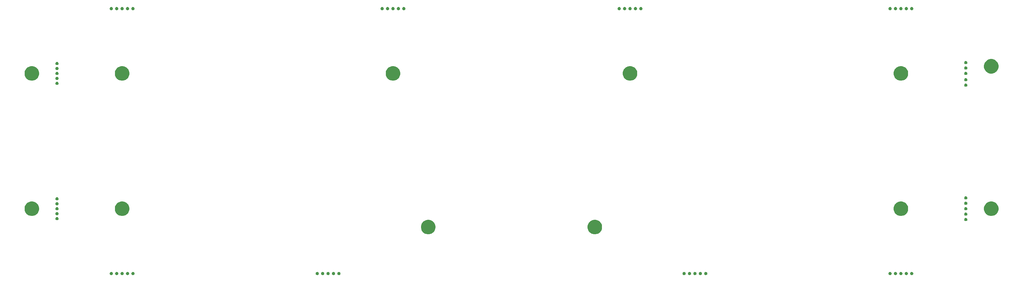
<source format=gts>
G04 #@! TF.GenerationSoftware,KiCad,Pcbnew,(5.1.4-0-10_14)*
G04 #@! TF.CreationDate,2020-08-09T17:10:10-05:00*
G04 #@! TF.ProjectId,Dori_top_plate,446f7269-5f74-46f7-905f-706c6174652e,rev?*
G04 #@! TF.SameCoordinates,Original*
G04 #@! TF.FileFunction,Soldermask,Top*
G04 #@! TF.FilePolarity,Negative*
%FSLAX46Y46*%
G04 Gerber Fmt 4.6, Leading zero omitted, Abs format (unit mm)*
G04 Created by KiCad (PCBNEW (5.1.4-0-10_14)) date 2020-08-09 17:10:10*
%MOMM*%
%LPD*%
G04 APERTURE LIST*
%ADD10C,0.100000*%
G04 APERTURE END LIST*
D10*
G36*
X357985802Y-117835081D02*
G01*
X358067877Y-117869078D01*
X358067879Y-117869079D01*
X358105063Y-117893925D01*
X358141745Y-117918435D01*
X358204565Y-117981255D01*
X358253922Y-118055123D01*
X358287919Y-118137198D01*
X358305250Y-118224329D01*
X358305250Y-118313171D01*
X358287919Y-118400302D01*
X358253922Y-118482377D01*
X358253921Y-118482379D01*
X358204564Y-118556246D01*
X358141746Y-118619064D01*
X358067879Y-118668421D01*
X358067878Y-118668422D01*
X358067877Y-118668422D01*
X357985802Y-118702419D01*
X357898671Y-118719750D01*
X357809829Y-118719750D01*
X357722698Y-118702419D01*
X357640623Y-118668422D01*
X357640622Y-118668422D01*
X357640621Y-118668421D01*
X357566754Y-118619064D01*
X357503936Y-118556246D01*
X357454579Y-118482379D01*
X357454578Y-118482377D01*
X357420581Y-118400302D01*
X357403250Y-118313171D01*
X357403250Y-118224329D01*
X357420581Y-118137198D01*
X357454578Y-118055123D01*
X357503935Y-117981255D01*
X357566755Y-117918435D01*
X357603437Y-117893925D01*
X357640621Y-117869079D01*
X357640623Y-117869078D01*
X357722698Y-117835081D01*
X357809829Y-117817750D01*
X357898671Y-117817750D01*
X357985802Y-117835081D01*
X357985802Y-117835081D01*
G37*
G36*
X356461802Y-117835081D02*
G01*
X356543877Y-117869078D01*
X356543879Y-117869079D01*
X356581063Y-117893925D01*
X356617745Y-117918435D01*
X356680565Y-117981255D01*
X356729922Y-118055123D01*
X356763919Y-118137198D01*
X356781250Y-118224329D01*
X356781250Y-118313171D01*
X356763919Y-118400302D01*
X356729922Y-118482377D01*
X356729921Y-118482379D01*
X356680564Y-118556246D01*
X356617746Y-118619064D01*
X356543879Y-118668421D01*
X356543878Y-118668422D01*
X356543877Y-118668422D01*
X356461802Y-118702419D01*
X356374671Y-118719750D01*
X356285829Y-118719750D01*
X356198698Y-118702419D01*
X356116623Y-118668422D01*
X356116622Y-118668422D01*
X356116621Y-118668421D01*
X356042754Y-118619064D01*
X355979936Y-118556246D01*
X355930579Y-118482379D01*
X355930578Y-118482377D01*
X355896581Y-118400302D01*
X355879250Y-118313171D01*
X355879250Y-118224329D01*
X355896581Y-118137198D01*
X355930578Y-118055123D01*
X355979935Y-117981255D01*
X356042755Y-117918435D01*
X356079437Y-117893925D01*
X356116621Y-117869079D01*
X356116623Y-117869078D01*
X356198698Y-117835081D01*
X356285829Y-117817750D01*
X356374671Y-117817750D01*
X356461802Y-117835081D01*
X356461802Y-117835081D01*
G37*
G36*
X354937802Y-117835081D02*
G01*
X355019877Y-117869078D01*
X355019879Y-117869079D01*
X355057063Y-117893925D01*
X355093745Y-117918435D01*
X355156565Y-117981255D01*
X355205922Y-118055123D01*
X355239919Y-118137198D01*
X355257250Y-118224329D01*
X355257250Y-118313171D01*
X355239919Y-118400302D01*
X355205922Y-118482377D01*
X355205921Y-118482379D01*
X355156564Y-118556246D01*
X355093746Y-118619064D01*
X355019879Y-118668421D01*
X355019878Y-118668422D01*
X355019877Y-118668422D01*
X354937802Y-118702419D01*
X354850671Y-118719750D01*
X354761829Y-118719750D01*
X354674698Y-118702419D01*
X354592623Y-118668422D01*
X354592622Y-118668422D01*
X354592621Y-118668421D01*
X354518754Y-118619064D01*
X354455936Y-118556246D01*
X354406579Y-118482379D01*
X354406578Y-118482377D01*
X354372581Y-118400302D01*
X354355250Y-118313171D01*
X354355250Y-118224329D01*
X354372581Y-118137198D01*
X354406578Y-118055123D01*
X354455935Y-117981255D01*
X354518755Y-117918435D01*
X354555437Y-117893925D01*
X354592621Y-117869079D01*
X354592623Y-117869078D01*
X354674698Y-117835081D01*
X354761829Y-117817750D01*
X354850671Y-117817750D01*
X354937802Y-117835081D01*
X354937802Y-117835081D01*
G37*
G36*
X353413802Y-117835081D02*
G01*
X353495877Y-117869078D01*
X353495879Y-117869079D01*
X353533063Y-117893925D01*
X353569745Y-117918435D01*
X353632565Y-117981255D01*
X353681922Y-118055123D01*
X353715919Y-118137198D01*
X353733250Y-118224329D01*
X353733250Y-118313171D01*
X353715919Y-118400302D01*
X353681922Y-118482377D01*
X353681921Y-118482379D01*
X353632564Y-118556246D01*
X353569746Y-118619064D01*
X353495879Y-118668421D01*
X353495878Y-118668422D01*
X353495877Y-118668422D01*
X353413802Y-118702419D01*
X353326671Y-118719750D01*
X353237829Y-118719750D01*
X353150698Y-118702419D01*
X353068623Y-118668422D01*
X353068622Y-118668422D01*
X353068621Y-118668421D01*
X352994754Y-118619064D01*
X352931936Y-118556246D01*
X352882579Y-118482379D01*
X352882578Y-118482377D01*
X352848581Y-118400302D01*
X352831250Y-118313171D01*
X352831250Y-118224329D01*
X352848581Y-118137198D01*
X352882578Y-118055123D01*
X352931935Y-117981255D01*
X352994755Y-117918435D01*
X353031437Y-117893925D01*
X353068621Y-117869079D01*
X353068623Y-117869078D01*
X353150698Y-117835081D01*
X353237829Y-117817750D01*
X353326671Y-117817750D01*
X353413802Y-117835081D01*
X353413802Y-117835081D01*
G37*
G36*
X351889802Y-117835081D02*
G01*
X351971877Y-117869078D01*
X351971879Y-117869079D01*
X352009063Y-117893925D01*
X352045745Y-117918435D01*
X352108565Y-117981255D01*
X352157922Y-118055123D01*
X352191919Y-118137198D01*
X352209250Y-118224329D01*
X352209250Y-118313171D01*
X352191919Y-118400302D01*
X352157922Y-118482377D01*
X352157921Y-118482379D01*
X352108564Y-118556246D01*
X352045746Y-118619064D01*
X351971879Y-118668421D01*
X351971878Y-118668422D01*
X351971877Y-118668422D01*
X351889802Y-118702419D01*
X351802671Y-118719750D01*
X351713829Y-118719750D01*
X351626698Y-118702419D01*
X351544623Y-118668422D01*
X351544622Y-118668422D01*
X351544621Y-118668421D01*
X351470754Y-118619064D01*
X351407936Y-118556246D01*
X351358579Y-118482379D01*
X351358578Y-118482377D01*
X351324581Y-118400302D01*
X351307250Y-118313171D01*
X351307250Y-118224329D01*
X351324581Y-118137198D01*
X351358578Y-118055123D01*
X351407935Y-117981255D01*
X351470755Y-117918435D01*
X351507437Y-117893925D01*
X351544621Y-117869079D01*
X351544623Y-117869078D01*
X351626698Y-117835081D01*
X351713829Y-117817750D01*
X351802671Y-117817750D01*
X351889802Y-117835081D01*
X351889802Y-117835081D01*
G37*
G36*
X300042052Y-117835081D02*
G01*
X300124127Y-117869078D01*
X300124129Y-117869079D01*
X300161313Y-117893925D01*
X300197995Y-117918435D01*
X300260815Y-117981255D01*
X300310172Y-118055123D01*
X300344169Y-118137198D01*
X300361500Y-118224329D01*
X300361500Y-118313171D01*
X300344169Y-118400302D01*
X300310172Y-118482377D01*
X300310171Y-118482379D01*
X300260814Y-118556246D01*
X300197996Y-118619064D01*
X300124129Y-118668421D01*
X300124128Y-118668422D01*
X300124127Y-118668422D01*
X300042052Y-118702419D01*
X299954921Y-118719750D01*
X299866079Y-118719750D01*
X299778948Y-118702419D01*
X299696873Y-118668422D01*
X299696872Y-118668422D01*
X299696871Y-118668421D01*
X299623004Y-118619064D01*
X299560186Y-118556246D01*
X299510829Y-118482379D01*
X299510828Y-118482377D01*
X299476831Y-118400302D01*
X299459500Y-118313171D01*
X299459500Y-118224329D01*
X299476831Y-118137198D01*
X299510828Y-118055123D01*
X299560185Y-117981255D01*
X299623005Y-117918435D01*
X299659687Y-117893925D01*
X299696871Y-117869079D01*
X299696873Y-117869078D01*
X299778948Y-117835081D01*
X299866079Y-117817750D01*
X299954921Y-117817750D01*
X300042052Y-117835081D01*
X300042052Y-117835081D01*
G37*
G36*
X298518052Y-117835081D02*
G01*
X298600127Y-117869078D01*
X298600129Y-117869079D01*
X298637313Y-117893925D01*
X298673995Y-117918435D01*
X298736815Y-117981255D01*
X298786172Y-118055123D01*
X298820169Y-118137198D01*
X298837500Y-118224329D01*
X298837500Y-118313171D01*
X298820169Y-118400302D01*
X298786172Y-118482377D01*
X298786171Y-118482379D01*
X298736814Y-118556246D01*
X298673996Y-118619064D01*
X298600129Y-118668421D01*
X298600128Y-118668422D01*
X298600127Y-118668422D01*
X298518052Y-118702419D01*
X298430921Y-118719750D01*
X298342079Y-118719750D01*
X298254948Y-118702419D01*
X298172873Y-118668422D01*
X298172872Y-118668422D01*
X298172871Y-118668421D01*
X298099004Y-118619064D01*
X298036186Y-118556246D01*
X297986829Y-118482379D01*
X297986828Y-118482377D01*
X297952831Y-118400302D01*
X297935500Y-118313171D01*
X297935500Y-118224329D01*
X297952831Y-118137198D01*
X297986828Y-118055123D01*
X298036185Y-117981255D01*
X298099005Y-117918435D01*
X298135687Y-117893925D01*
X298172871Y-117869079D01*
X298172873Y-117869078D01*
X298254948Y-117835081D01*
X298342079Y-117817750D01*
X298430921Y-117817750D01*
X298518052Y-117835081D01*
X298518052Y-117835081D01*
G37*
G36*
X296994052Y-117835081D02*
G01*
X297076127Y-117869078D01*
X297076129Y-117869079D01*
X297113313Y-117893925D01*
X297149995Y-117918435D01*
X297212815Y-117981255D01*
X297262172Y-118055123D01*
X297296169Y-118137198D01*
X297313500Y-118224329D01*
X297313500Y-118313171D01*
X297296169Y-118400302D01*
X297262172Y-118482377D01*
X297262171Y-118482379D01*
X297212814Y-118556246D01*
X297149996Y-118619064D01*
X297076129Y-118668421D01*
X297076128Y-118668422D01*
X297076127Y-118668422D01*
X296994052Y-118702419D01*
X296906921Y-118719750D01*
X296818079Y-118719750D01*
X296730948Y-118702419D01*
X296648873Y-118668422D01*
X296648872Y-118668422D01*
X296648871Y-118668421D01*
X296575004Y-118619064D01*
X296512186Y-118556246D01*
X296462829Y-118482379D01*
X296462828Y-118482377D01*
X296428831Y-118400302D01*
X296411500Y-118313171D01*
X296411500Y-118224329D01*
X296428831Y-118137198D01*
X296462828Y-118055123D01*
X296512185Y-117981255D01*
X296575005Y-117918435D01*
X296611687Y-117893925D01*
X296648871Y-117869079D01*
X296648873Y-117869078D01*
X296730948Y-117835081D01*
X296818079Y-117817750D01*
X296906921Y-117817750D01*
X296994052Y-117835081D01*
X296994052Y-117835081D01*
G37*
G36*
X295470052Y-117835081D02*
G01*
X295552127Y-117869078D01*
X295552129Y-117869079D01*
X295589313Y-117893925D01*
X295625995Y-117918435D01*
X295688815Y-117981255D01*
X295738172Y-118055123D01*
X295772169Y-118137198D01*
X295789500Y-118224329D01*
X295789500Y-118313171D01*
X295772169Y-118400302D01*
X295738172Y-118482377D01*
X295738171Y-118482379D01*
X295688814Y-118556246D01*
X295625996Y-118619064D01*
X295552129Y-118668421D01*
X295552128Y-118668422D01*
X295552127Y-118668422D01*
X295470052Y-118702419D01*
X295382921Y-118719750D01*
X295294079Y-118719750D01*
X295206948Y-118702419D01*
X295124873Y-118668422D01*
X295124872Y-118668422D01*
X295124871Y-118668421D01*
X295051004Y-118619064D01*
X294988186Y-118556246D01*
X294938829Y-118482379D01*
X294938828Y-118482377D01*
X294904831Y-118400302D01*
X294887500Y-118313171D01*
X294887500Y-118224329D01*
X294904831Y-118137198D01*
X294938828Y-118055123D01*
X294988185Y-117981255D01*
X295051005Y-117918435D01*
X295087687Y-117893925D01*
X295124871Y-117869079D01*
X295124873Y-117869078D01*
X295206948Y-117835081D01*
X295294079Y-117817750D01*
X295382921Y-117817750D01*
X295470052Y-117835081D01*
X295470052Y-117835081D01*
G37*
G36*
X293946052Y-117835081D02*
G01*
X294028127Y-117869078D01*
X294028129Y-117869079D01*
X294065313Y-117893925D01*
X294101995Y-117918435D01*
X294164815Y-117981255D01*
X294214172Y-118055123D01*
X294248169Y-118137198D01*
X294265500Y-118224329D01*
X294265500Y-118313171D01*
X294248169Y-118400302D01*
X294214172Y-118482377D01*
X294214171Y-118482379D01*
X294164814Y-118556246D01*
X294101996Y-118619064D01*
X294028129Y-118668421D01*
X294028128Y-118668422D01*
X294028127Y-118668422D01*
X293946052Y-118702419D01*
X293858921Y-118719750D01*
X293770079Y-118719750D01*
X293682948Y-118702419D01*
X293600873Y-118668422D01*
X293600872Y-118668422D01*
X293600871Y-118668421D01*
X293527004Y-118619064D01*
X293464186Y-118556246D01*
X293414829Y-118482379D01*
X293414828Y-118482377D01*
X293380831Y-118400302D01*
X293363500Y-118313171D01*
X293363500Y-118224329D01*
X293380831Y-118137198D01*
X293414828Y-118055123D01*
X293464185Y-117981255D01*
X293527005Y-117918435D01*
X293563687Y-117893925D01*
X293600871Y-117869079D01*
X293600873Y-117869078D01*
X293682948Y-117835081D01*
X293770079Y-117817750D01*
X293858921Y-117817750D01*
X293946052Y-117835081D01*
X293946052Y-117835081D01*
G37*
G36*
X196854552Y-117835081D02*
G01*
X196936627Y-117869078D01*
X196936629Y-117869079D01*
X196973813Y-117893925D01*
X197010495Y-117918435D01*
X197073315Y-117981255D01*
X197122672Y-118055123D01*
X197156669Y-118137198D01*
X197174000Y-118224329D01*
X197174000Y-118313171D01*
X197156669Y-118400302D01*
X197122672Y-118482377D01*
X197122671Y-118482379D01*
X197073314Y-118556246D01*
X197010496Y-118619064D01*
X196936629Y-118668421D01*
X196936628Y-118668422D01*
X196936627Y-118668422D01*
X196854552Y-118702419D01*
X196767421Y-118719750D01*
X196678579Y-118719750D01*
X196591448Y-118702419D01*
X196509373Y-118668422D01*
X196509372Y-118668422D01*
X196509371Y-118668421D01*
X196435504Y-118619064D01*
X196372686Y-118556246D01*
X196323329Y-118482379D01*
X196323328Y-118482377D01*
X196289331Y-118400302D01*
X196272000Y-118313171D01*
X196272000Y-118224329D01*
X196289331Y-118137198D01*
X196323328Y-118055123D01*
X196372685Y-117981255D01*
X196435505Y-117918435D01*
X196472187Y-117893925D01*
X196509371Y-117869079D01*
X196509373Y-117869078D01*
X196591448Y-117835081D01*
X196678579Y-117817750D01*
X196767421Y-117817750D01*
X196854552Y-117835081D01*
X196854552Y-117835081D01*
G37*
G36*
X195330552Y-117835081D02*
G01*
X195412627Y-117869078D01*
X195412629Y-117869079D01*
X195449813Y-117893925D01*
X195486495Y-117918435D01*
X195549315Y-117981255D01*
X195598672Y-118055123D01*
X195632669Y-118137198D01*
X195650000Y-118224329D01*
X195650000Y-118313171D01*
X195632669Y-118400302D01*
X195598672Y-118482377D01*
X195598671Y-118482379D01*
X195549314Y-118556246D01*
X195486496Y-118619064D01*
X195412629Y-118668421D01*
X195412628Y-118668422D01*
X195412627Y-118668422D01*
X195330552Y-118702419D01*
X195243421Y-118719750D01*
X195154579Y-118719750D01*
X195067448Y-118702419D01*
X194985373Y-118668422D01*
X194985372Y-118668422D01*
X194985371Y-118668421D01*
X194911504Y-118619064D01*
X194848686Y-118556246D01*
X194799329Y-118482379D01*
X194799328Y-118482377D01*
X194765331Y-118400302D01*
X194748000Y-118313171D01*
X194748000Y-118224329D01*
X194765331Y-118137198D01*
X194799328Y-118055123D01*
X194848685Y-117981255D01*
X194911505Y-117918435D01*
X194948187Y-117893925D01*
X194985371Y-117869079D01*
X194985373Y-117869078D01*
X195067448Y-117835081D01*
X195154579Y-117817750D01*
X195243421Y-117817750D01*
X195330552Y-117835081D01*
X195330552Y-117835081D01*
G37*
G36*
X193806552Y-117835081D02*
G01*
X193888627Y-117869078D01*
X193888629Y-117869079D01*
X193925813Y-117893925D01*
X193962495Y-117918435D01*
X194025315Y-117981255D01*
X194074672Y-118055123D01*
X194108669Y-118137198D01*
X194126000Y-118224329D01*
X194126000Y-118313171D01*
X194108669Y-118400302D01*
X194074672Y-118482377D01*
X194074671Y-118482379D01*
X194025314Y-118556246D01*
X193962496Y-118619064D01*
X193888629Y-118668421D01*
X193888628Y-118668422D01*
X193888627Y-118668422D01*
X193806552Y-118702419D01*
X193719421Y-118719750D01*
X193630579Y-118719750D01*
X193543448Y-118702419D01*
X193461373Y-118668422D01*
X193461372Y-118668422D01*
X193461371Y-118668421D01*
X193387504Y-118619064D01*
X193324686Y-118556246D01*
X193275329Y-118482379D01*
X193275328Y-118482377D01*
X193241331Y-118400302D01*
X193224000Y-118313171D01*
X193224000Y-118224329D01*
X193241331Y-118137198D01*
X193275328Y-118055123D01*
X193324685Y-117981255D01*
X193387505Y-117918435D01*
X193424187Y-117893925D01*
X193461371Y-117869079D01*
X193461373Y-117869078D01*
X193543448Y-117835081D01*
X193630579Y-117817750D01*
X193719421Y-117817750D01*
X193806552Y-117835081D01*
X193806552Y-117835081D01*
G37*
G36*
X192282552Y-117835081D02*
G01*
X192364627Y-117869078D01*
X192364629Y-117869079D01*
X192401813Y-117893925D01*
X192438495Y-117918435D01*
X192501315Y-117981255D01*
X192550672Y-118055123D01*
X192584669Y-118137198D01*
X192602000Y-118224329D01*
X192602000Y-118313171D01*
X192584669Y-118400302D01*
X192550672Y-118482377D01*
X192550671Y-118482379D01*
X192501314Y-118556246D01*
X192438496Y-118619064D01*
X192364629Y-118668421D01*
X192364628Y-118668422D01*
X192364627Y-118668422D01*
X192282552Y-118702419D01*
X192195421Y-118719750D01*
X192106579Y-118719750D01*
X192019448Y-118702419D01*
X191937373Y-118668422D01*
X191937372Y-118668422D01*
X191937371Y-118668421D01*
X191863504Y-118619064D01*
X191800686Y-118556246D01*
X191751329Y-118482379D01*
X191751328Y-118482377D01*
X191717331Y-118400302D01*
X191700000Y-118313171D01*
X191700000Y-118224329D01*
X191717331Y-118137198D01*
X191751328Y-118055123D01*
X191800685Y-117981255D01*
X191863505Y-117918435D01*
X191900187Y-117893925D01*
X191937371Y-117869079D01*
X191937373Y-117869078D01*
X192019448Y-117835081D01*
X192106579Y-117817750D01*
X192195421Y-117817750D01*
X192282552Y-117835081D01*
X192282552Y-117835081D01*
G37*
G36*
X190758552Y-117835081D02*
G01*
X190840627Y-117869078D01*
X190840629Y-117869079D01*
X190877813Y-117893925D01*
X190914495Y-117918435D01*
X190977315Y-117981255D01*
X191026672Y-118055123D01*
X191060669Y-118137198D01*
X191078000Y-118224329D01*
X191078000Y-118313171D01*
X191060669Y-118400302D01*
X191026672Y-118482377D01*
X191026671Y-118482379D01*
X190977314Y-118556246D01*
X190914496Y-118619064D01*
X190840629Y-118668421D01*
X190840628Y-118668422D01*
X190840627Y-118668422D01*
X190758552Y-118702419D01*
X190671421Y-118719750D01*
X190582579Y-118719750D01*
X190495448Y-118702419D01*
X190413373Y-118668422D01*
X190413372Y-118668422D01*
X190413371Y-118668421D01*
X190339504Y-118619064D01*
X190276686Y-118556246D01*
X190227329Y-118482379D01*
X190227328Y-118482377D01*
X190193331Y-118400302D01*
X190176000Y-118313171D01*
X190176000Y-118224329D01*
X190193331Y-118137198D01*
X190227328Y-118055123D01*
X190276685Y-117981255D01*
X190339505Y-117918435D01*
X190376187Y-117893925D01*
X190413371Y-117869079D01*
X190413373Y-117869078D01*
X190495448Y-117835081D01*
X190582579Y-117817750D01*
X190671421Y-117817750D01*
X190758552Y-117835081D01*
X190758552Y-117835081D01*
G37*
G36*
X138910802Y-117835081D02*
G01*
X138992877Y-117869078D01*
X138992879Y-117869079D01*
X139030063Y-117893925D01*
X139066745Y-117918435D01*
X139129565Y-117981255D01*
X139178922Y-118055123D01*
X139212919Y-118137198D01*
X139230250Y-118224329D01*
X139230250Y-118313171D01*
X139212919Y-118400302D01*
X139178922Y-118482377D01*
X139178921Y-118482379D01*
X139129564Y-118556246D01*
X139066746Y-118619064D01*
X138992879Y-118668421D01*
X138992878Y-118668422D01*
X138992877Y-118668422D01*
X138910802Y-118702419D01*
X138823671Y-118719750D01*
X138734829Y-118719750D01*
X138647698Y-118702419D01*
X138565623Y-118668422D01*
X138565622Y-118668422D01*
X138565621Y-118668421D01*
X138491754Y-118619064D01*
X138428936Y-118556246D01*
X138379579Y-118482379D01*
X138379578Y-118482377D01*
X138345581Y-118400302D01*
X138328250Y-118313171D01*
X138328250Y-118224329D01*
X138345581Y-118137198D01*
X138379578Y-118055123D01*
X138428935Y-117981255D01*
X138491755Y-117918435D01*
X138528437Y-117893925D01*
X138565621Y-117869079D01*
X138565623Y-117869078D01*
X138647698Y-117835081D01*
X138734829Y-117817750D01*
X138823671Y-117817750D01*
X138910802Y-117835081D01*
X138910802Y-117835081D01*
G37*
G36*
X137386802Y-117835081D02*
G01*
X137468877Y-117869078D01*
X137468879Y-117869079D01*
X137506063Y-117893925D01*
X137542745Y-117918435D01*
X137605565Y-117981255D01*
X137654922Y-118055123D01*
X137688919Y-118137198D01*
X137706250Y-118224329D01*
X137706250Y-118313171D01*
X137688919Y-118400302D01*
X137654922Y-118482377D01*
X137654921Y-118482379D01*
X137605564Y-118556246D01*
X137542746Y-118619064D01*
X137468879Y-118668421D01*
X137468878Y-118668422D01*
X137468877Y-118668422D01*
X137386802Y-118702419D01*
X137299671Y-118719750D01*
X137210829Y-118719750D01*
X137123698Y-118702419D01*
X137041623Y-118668422D01*
X137041622Y-118668422D01*
X137041621Y-118668421D01*
X136967754Y-118619064D01*
X136904936Y-118556246D01*
X136855579Y-118482379D01*
X136855578Y-118482377D01*
X136821581Y-118400302D01*
X136804250Y-118313171D01*
X136804250Y-118224329D01*
X136821581Y-118137198D01*
X136855578Y-118055123D01*
X136904935Y-117981255D01*
X136967755Y-117918435D01*
X137004437Y-117893925D01*
X137041621Y-117869079D01*
X137041623Y-117869078D01*
X137123698Y-117835081D01*
X137210829Y-117817750D01*
X137299671Y-117817750D01*
X137386802Y-117835081D01*
X137386802Y-117835081D01*
G37*
G36*
X135862802Y-117835081D02*
G01*
X135944877Y-117869078D01*
X135944879Y-117869079D01*
X135982063Y-117893925D01*
X136018745Y-117918435D01*
X136081565Y-117981255D01*
X136130922Y-118055123D01*
X136164919Y-118137198D01*
X136182250Y-118224329D01*
X136182250Y-118313171D01*
X136164919Y-118400302D01*
X136130922Y-118482377D01*
X136130921Y-118482379D01*
X136081564Y-118556246D01*
X136018746Y-118619064D01*
X135944879Y-118668421D01*
X135944878Y-118668422D01*
X135944877Y-118668422D01*
X135862802Y-118702419D01*
X135775671Y-118719750D01*
X135686829Y-118719750D01*
X135599698Y-118702419D01*
X135517623Y-118668422D01*
X135517622Y-118668422D01*
X135517621Y-118668421D01*
X135443754Y-118619064D01*
X135380936Y-118556246D01*
X135331579Y-118482379D01*
X135331578Y-118482377D01*
X135297581Y-118400302D01*
X135280250Y-118313171D01*
X135280250Y-118224329D01*
X135297581Y-118137198D01*
X135331578Y-118055123D01*
X135380935Y-117981255D01*
X135443755Y-117918435D01*
X135480437Y-117893925D01*
X135517621Y-117869079D01*
X135517623Y-117869078D01*
X135599698Y-117835081D01*
X135686829Y-117817750D01*
X135775671Y-117817750D01*
X135862802Y-117835081D01*
X135862802Y-117835081D01*
G37*
G36*
X134338802Y-117835081D02*
G01*
X134420877Y-117869078D01*
X134420879Y-117869079D01*
X134458063Y-117893925D01*
X134494745Y-117918435D01*
X134557565Y-117981255D01*
X134606922Y-118055123D01*
X134640919Y-118137198D01*
X134658250Y-118224329D01*
X134658250Y-118313171D01*
X134640919Y-118400302D01*
X134606922Y-118482377D01*
X134606921Y-118482379D01*
X134557564Y-118556246D01*
X134494746Y-118619064D01*
X134420879Y-118668421D01*
X134420878Y-118668422D01*
X134420877Y-118668422D01*
X134338802Y-118702419D01*
X134251671Y-118719750D01*
X134162829Y-118719750D01*
X134075698Y-118702419D01*
X133993623Y-118668422D01*
X133993622Y-118668422D01*
X133993621Y-118668421D01*
X133919754Y-118619064D01*
X133856936Y-118556246D01*
X133807579Y-118482379D01*
X133807578Y-118482377D01*
X133773581Y-118400302D01*
X133756250Y-118313171D01*
X133756250Y-118224329D01*
X133773581Y-118137198D01*
X133807578Y-118055123D01*
X133856935Y-117981255D01*
X133919755Y-117918435D01*
X133956437Y-117893925D01*
X133993621Y-117869079D01*
X133993623Y-117869078D01*
X134075698Y-117835081D01*
X134162829Y-117817750D01*
X134251671Y-117817750D01*
X134338802Y-117835081D01*
X134338802Y-117835081D01*
G37*
G36*
X132814802Y-117835081D02*
G01*
X132896877Y-117869078D01*
X132896879Y-117869079D01*
X132934063Y-117893925D01*
X132970745Y-117918435D01*
X133033565Y-117981255D01*
X133082922Y-118055123D01*
X133116919Y-118137198D01*
X133134250Y-118224329D01*
X133134250Y-118313171D01*
X133116919Y-118400302D01*
X133082922Y-118482377D01*
X133082921Y-118482379D01*
X133033564Y-118556246D01*
X132970746Y-118619064D01*
X132896879Y-118668421D01*
X132896878Y-118668422D01*
X132896877Y-118668422D01*
X132814802Y-118702419D01*
X132727671Y-118719750D01*
X132638829Y-118719750D01*
X132551698Y-118702419D01*
X132469623Y-118668422D01*
X132469622Y-118668422D01*
X132469621Y-118668421D01*
X132395754Y-118619064D01*
X132332936Y-118556246D01*
X132283579Y-118482379D01*
X132283578Y-118482377D01*
X132249581Y-118400302D01*
X132232250Y-118313171D01*
X132232250Y-118224329D01*
X132249581Y-118137198D01*
X132283578Y-118055123D01*
X132332935Y-117981255D01*
X132395755Y-117918435D01*
X132432437Y-117893925D01*
X132469621Y-117869079D01*
X132469623Y-117869078D01*
X132551698Y-117835081D01*
X132638829Y-117817750D01*
X132727671Y-117817750D01*
X132814802Y-117835081D01*
X132814802Y-117835081D01*
G37*
G36*
X222451379Y-103199693D02*
G01*
X222809412Y-103347995D01*
X222824638Y-103354302D01*
X222983082Y-103460171D01*
X223160561Y-103578759D01*
X223446241Y-103864439D01*
X223670699Y-104200364D01*
X223825307Y-104573621D01*
X223904125Y-104969868D01*
X223904125Y-105373882D01*
X223825307Y-105770129D01*
X223670699Y-106143386D01*
X223670698Y-106143388D01*
X223446241Y-106479311D01*
X223160561Y-106764991D01*
X222824638Y-106989448D01*
X222824637Y-106989449D01*
X222824636Y-106989449D01*
X222451379Y-107144057D01*
X222055132Y-107222875D01*
X221651118Y-107222875D01*
X221254871Y-107144057D01*
X220881614Y-106989449D01*
X220881613Y-106989449D01*
X220881612Y-106989448D01*
X220545689Y-106764991D01*
X220260009Y-106479311D01*
X220035552Y-106143388D01*
X220035551Y-106143386D01*
X219880943Y-105770129D01*
X219802125Y-105373882D01*
X219802125Y-104969868D01*
X219880943Y-104573621D01*
X220035551Y-104200364D01*
X220260009Y-103864439D01*
X220545689Y-103578759D01*
X220723168Y-103460171D01*
X220881612Y-103354302D01*
X220896838Y-103347995D01*
X221254871Y-103199693D01*
X221651118Y-103120875D01*
X222055132Y-103120875D01*
X222451379Y-103199693D01*
X222451379Y-103199693D01*
G37*
G36*
X269295329Y-103199693D02*
G01*
X269653362Y-103347995D01*
X269668588Y-103354302D01*
X269827032Y-103460171D01*
X270004511Y-103578759D01*
X270290191Y-103864439D01*
X270514649Y-104200364D01*
X270669257Y-104573621D01*
X270748075Y-104969868D01*
X270748075Y-105373882D01*
X270669257Y-105770129D01*
X270514649Y-106143386D01*
X270514648Y-106143388D01*
X270290191Y-106479311D01*
X270004511Y-106764991D01*
X269668588Y-106989448D01*
X269668587Y-106989449D01*
X269668586Y-106989449D01*
X269295329Y-107144057D01*
X268899082Y-107222875D01*
X268495068Y-107222875D01*
X268098821Y-107144057D01*
X267725564Y-106989449D01*
X267725563Y-106989449D01*
X267725562Y-106989448D01*
X267389639Y-106764991D01*
X267103959Y-106479311D01*
X266879502Y-106143388D01*
X266879501Y-106143386D01*
X266724893Y-105770129D01*
X266646075Y-105373882D01*
X266646075Y-104969868D01*
X266724893Y-104573621D01*
X266879501Y-104200364D01*
X267103959Y-103864439D01*
X267389639Y-103578759D01*
X267567118Y-103460171D01*
X267725562Y-103354302D01*
X267740788Y-103347995D01*
X268098821Y-103199693D01*
X268495068Y-103120875D01*
X268899082Y-103120875D01*
X269295329Y-103199693D01*
X269295329Y-103199693D01*
G37*
G36*
X373194052Y-102626831D02*
G01*
X373276127Y-102660828D01*
X373276129Y-102660829D01*
X373297259Y-102674948D01*
X373349995Y-102710185D01*
X373412815Y-102773005D01*
X373462172Y-102846873D01*
X373496169Y-102928948D01*
X373513500Y-103016079D01*
X373513500Y-103104921D01*
X373496169Y-103192052D01*
X373476238Y-103240168D01*
X373462171Y-103274129D01*
X373412814Y-103347996D01*
X373349996Y-103410814D01*
X373276129Y-103460171D01*
X373276128Y-103460172D01*
X373276127Y-103460172D01*
X373194052Y-103494169D01*
X373106921Y-103511500D01*
X373018079Y-103511500D01*
X372930948Y-103494169D01*
X372848873Y-103460172D01*
X372848872Y-103460172D01*
X372848871Y-103460171D01*
X372775004Y-103410814D01*
X372712186Y-103347996D01*
X372662829Y-103274129D01*
X372648762Y-103240168D01*
X372628831Y-103192052D01*
X372611500Y-103104921D01*
X372611500Y-103016079D01*
X372628831Y-102928948D01*
X372662828Y-102846873D01*
X372712185Y-102773005D01*
X372775005Y-102710185D01*
X372827741Y-102674948D01*
X372848871Y-102660829D01*
X372848873Y-102660828D01*
X372930948Y-102626831D01*
X373018079Y-102609500D01*
X373106921Y-102609500D01*
X373194052Y-102626831D01*
X373194052Y-102626831D01*
G37*
G36*
X117534320Y-102372831D02*
G01*
X117616395Y-102406828D01*
X117616397Y-102406829D01*
X117653581Y-102431675D01*
X117690263Y-102456185D01*
X117753083Y-102519005D01*
X117802440Y-102592873D01*
X117836437Y-102674948D01*
X117853768Y-102762079D01*
X117853768Y-102850921D01*
X117836437Y-102938052D01*
X117804117Y-103016079D01*
X117802439Y-103020129D01*
X117753082Y-103093996D01*
X117690264Y-103156814D01*
X117616397Y-103206171D01*
X117616396Y-103206172D01*
X117616395Y-103206172D01*
X117534320Y-103240169D01*
X117447189Y-103257500D01*
X117358347Y-103257500D01*
X117271216Y-103240169D01*
X117189141Y-103206172D01*
X117189140Y-103206172D01*
X117189139Y-103206171D01*
X117115272Y-103156814D01*
X117052454Y-103093996D01*
X117003097Y-103020129D01*
X117001419Y-103016079D01*
X116969099Y-102938052D01*
X116951768Y-102850921D01*
X116951768Y-102762079D01*
X116969099Y-102674948D01*
X117003096Y-102592873D01*
X117052453Y-102519005D01*
X117115273Y-102456185D01*
X117151955Y-102431675D01*
X117189139Y-102406829D01*
X117189141Y-102406828D01*
X117271216Y-102372831D01*
X117358347Y-102355500D01*
X117447189Y-102355500D01*
X117534320Y-102372831D01*
X117534320Y-102372831D01*
G37*
G36*
X380817204Y-98040318D02*
G01*
X381158849Y-98181832D01*
X381190463Y-98194927D01*
X381526386Y-98419384D01*
X381812066Y-98705064D01*
X381986295Y-98965815D01*
X382036524Y-99040989D01*
X382191132Y-99414246D01*
X382269950Y-99810493D01*
X382269950Y-100214507D01*
X382191132Y-100610754D01*
X382047091Y-100958500D01*
X382036523Y-100984013D01*
X381812066Y-101319936D01*
X381526386Y-101605616D01*
X381190463Y-101830073D01*
X381190462Y-101830074D01*
X381190461Y-101830074D01*
X380817204Y-101984682D01*
X380420957Y-102063500D01*
X380016943Y-102063500D01*
X379620696Y-101984682D01*
X379247439Y-101830074D01*
X379247438Y-101830074D01*
X379247437Y-101830073D01*
X378911514Y-101605616D01*
X378625834Y-101319936D01*
X378401377Y-100984013D01*
X378390809Y-100958500D01*
X378246768Y-100610754D01*
X378167950Y-100214507D01*
X378167950Y-99810493D01*
X378246768Y-99414246D01*
X378401376Y-99040989D01*
X378451606Y-98965815D01*
X378625834Y-98705064D01*
X378911514Y-98419384D01*
X379247437Y-98194927D01*
X379279051Y-98181832D01*
X379620696Y-98040318D01*
X380016943Y-97961500D01*
X380420957Y-97961500D01*
X380817204Y-98040318D01*
X380817204Y-98040318D01*
G37*
G36*
X355404504Y-98040318D02*
G01*
X355746149Y-98181832D01*
X355777763Y-98194927D01*
X356113686Y-98419384D01*
X356399366Y-98705064D01*
X356573595Y-98965815D01*
X356623824Y-99040989D01*
X356778432Y-99414246D01*
X356857250Y-99810493D01*
X356857250Y-100214507D01*
X356778432Y-100610754D01*
X356634391Y-100958500D01*
X356623823Y-100984013D01*
X356399366Y-101319936D01*
X356113686Y-101605616D01*
X355777763Y-101830073D01*
X355777762Y-101830074D01*
X355777761Y-101830074D01*
X355404504Y-101984682D01*
X355008257Y-102063500D01*
X354604243Y-102063500D01*
X354207996Y-101984682D01*
X353834739Y-101830074D01*
X353834738Y-101830074D01*
X353834737Y-101830073D01*
X353498814Y-101605616D01*
X353213134Y-101319936D01*
X352988677Y-100984013D01*
X352978109Y-100958500D01*
X352834068Y-100610754D01*
X352755250Y-100214507D01*
X352755250Y-99810493D01*
X352834068Y-99414246D01*
X352988676Y-99040989D01*
X353038906Y-98965815D01*
X353213134Y-98705064D01*
X353498814Y-98419384D01*
X353834737Y-98194927D01*
X353866351Y-98181832D01*
X354207996Y-98040318D01*
X354604243Y-97961500D01*
X355008257Y-97961500D01*
X355404504Y-98040318D01*
X355404504Y-98040318D01*
G37*
G36*
X136329504Y-98040318D02*
G01*
X136671149Y-98181832D01*
X136702763Y-98194927D01*
X137038686Y-98419384D01*
X137324366Y-98705064D01*
X137498595Y-98965815D01*
X137548824Y-99040989D01*
X137703432Y-99414246D01*
X137782250Y-99810493D01*
X137782250Y-100214507D01*
X137703432Y-100610754D01*
X137559391Y-100958500D01*
X137548823Y-100984013D01*
X137324366Y-101319936D01*
X137038686Y-101605616D01*
X136702763Y-101830073D01*
X136702762Y-101830074D01*
X136702761Y-101830074D01*
X136329504Y-101984682D01*
X135933257Y-102063500D01*
X135529243Y-102063500D01*
X135132996Y-101984682D01*
X134759739Y-101830074D01*
X134759738Y-101830074D01*
X134759737Y-101830073D01*
X134423814Y-101605616D01*
X134138134Y-101319936D01*
X133913677Y-100984013D01*
X133903109Y-100958500D01*
X133759068Y-100610754D01*
X133680250Y-100214507D01*
X133680250Y-99810493D01*
X133759068Y-99414246D01*
X133913676Y-99040989D01*
X133963906Y-98965815D01*
X134138134Y-98705064D01*
X134423814Y-98419384D01*
X134759737Y-98194927D01*
X134791351Y-98181832D01*
X135132996Y-98040318D01*
X135529243Y-97961500D01*
X135933257Y-97961500D01*
X136329504Y-98040318D01*
X136329504Y-98040318D01*
G37*
G36*
X110929504Y-98040318D02*
G01*
X111271149Y-98181832D01*
X111302763Y-98194927D01*
X111638686Y-98419384D01*
X111924366Y-98705064D01*
X112098595Y-98965815D01*
X112148824Y-99040989D01*
X112303432Y-99414246D01*
X112382250Y-99810493D01*
X112382250Y-100214507D01*
X112303432Y-100610754D01*
X112159391Y-100958500D01*
X112148823Y-100984013D01*
X111924366Y-101319936D01*
X111638686Y-101605616D01*
X111302763Y-101830073D01*
X111302762Y-101830074D01*
X111302761Y-101830074D01*
X110929504Y-101984682D01*
X110533257Y-102063500D01*
X110129243Y-102063500D01*
X109732996Y-101984682D01*
X109359739Y-101830074D01*
X109359738Y-101830074D01*
X109359737Y-101830073D01*
X109023814Y-101605616D01*
X108738134Y-101319936D01*
X108513677Y-100984013D01*
X108503109Y-100958500D01*
X108359068Y-100610754D01*
X108280250Y-100214507D01*
X108280250Y-99810493D01*
X108359068Y-99414246D01*
X108513676Y-99040989D01*
X108563906Y-98965815D01*
X108738134Y-98705064D01*
X109023814Y-98419384D01*
X109359737Y-98194927D01*
X109391351Y-98181832D01*
X109732996Y-98040318D01*
X110129243Y-97961500D01*
X110533257Y-97961500D01*
X110929504Y-98040318D01*
X110929504Y-98040318D01*
G37*
G36*
X373194052Y-101102831D02*
G01*
X373276127Y-101136828D01*
X373276129Y-101136829D01*
X373313313Y-101161675D01*
X373349995Y-101186185D01*
X373412815Y-101249005D01*
X373462172Y-101322873D01*
X373496169Y-101404948D01*
X373513500Y-101492079D01*
X373513500Y-101580921D01*
X373496169Y-101668052D01*
X373462172Y-101750127D01*
X373462171Y-101750129D01*
X373412814Y-101823996D01*
X373349996Y-101886814D01*
X373276129Y-101936171D01*
X373276128Y-101936172D01*
X373276127Y-101936172D01*
X373194052Y-101970169D01*
X373106921Y-101987500D01*
X373018079Y-101987500D01*
X372930948Y-101970169D01*
X372848873Y-101936172D01*
X372848872Y-101936172D01*
X372848871Y-101936171D01*
X372775004Y-101886814D01*
X372712186Y-101823996D01*
X372662829Y-101750129D01*
X372662828Y-101750127D01*
X372628831Y-101668052D01*
X372611500Y-101580921D01*
X372611500Y-101492079D01*
X372628831Y-101404948D01*
X372662828Y-101322873D01*
X372712185Y-101249005D01*
X372775005Y-101186185D01*
X372811687Y-101161675D01*
X372848871Y-101136829D01*
X372848873Y-101136828D01*
X372930948Y-101102831D01*
X373018079Y-101085500D01*
X373106921Y-101085500D01*
X373194052Y-101102831D01*
X373194052Y-101102831D01*
G37*
G36*
X117534320Y-100975831D02*
G01*
X117616395Y-101009828D01*
X117616397Y-101009829D01*
X117690264Y-101059186D01*
X117753082Y-101122004D01*
X117795968Y-101186186D01*
X117802440Y-101195873D01*
X117836437Y-101277948D01*
X117853768Y-101365079D01*
X117853768Y-101453921D01*
X117836437Y-101541052D01*
X117809693Y-101605616D01*
X117802439Y-101623129D01*
X117753082Y-101696996D01*
X117690264Y-101759814D01*
X117616397Y-101809171D01*
X117616396Y-101809172D01*
X117616395Y-101809172D01*
X117534320Y-101843169D01*
X117447189Y-101860500D01*
X117358347Y-101860500D01*
X117271216Y-101843169D01*
X117189141Y-101809172D01*
X117189140Y-101809172D01*
X117189139Y-101809171D01*
X117115272Y-101759814D01*
X117052454Y-101696996D01*
X117003097Y-101623129D01*
X116995843Y-101605616D01*
X116969099Y-101541052D01*
X116951768Y-101453921D01*
X116951768Y-101365079D01*
X116969099Y-101277948D01*
X117003096Y-101195873D01*
X117009569Y-101186186D01*
X117052454Y-101122004D01*
X117115272Y-101059186D01*
X117189139Y-101009829D01*
X117189141Y-101009828D01*
X117271216Y-100975831D01*
X117358347Y-100958500D01*
X117447189Y-100958500D01*
X117534320Y-100975831D01*
X117534320Y-100975831D01*
G37*
G36*
X117534320Y-99578831D02*
G01*
X117616395Y-99612828D01*
X117616397Y-99612829D01*
X117653581Y-99637675D01*
X117690263Y-99662185D01*
X117753083Y-99725005D01*
X117802440Y-99798873D01*
X117836437Y-99880948D01*
X117853768Y-99968079D01*
X117853768Y-100056921D01*
X117836437Y-100144052D01*
X117807253Y-100214507D01*
X117802439Y-100226129D01*
X117753082Y-100299996D01*
X117690264Y-100362814D01*
X117616397Y-100412171D01*
X117616396Y-100412172D01*
X117616395Y-100412172D01*
X117534320Y-100446169D01*
X117447189Y-100463500D01*
X117358347Y-100463500D01*
X117271216Y-100446169D01*
X117189141Y-100412172D01*
X117189140Y-100412172D01*
X117189139Y-100412171D01*
X117115272Y-100362814D01*
X117052454Y-100299996D01*
X117003097Y-100226129D01*
X116998283Y-100214507D01*
X116969099Y-100144052D01*
X116951768Y-100056921D01*
X116951768Y-99968079D01*
X116969099Y-99880948D01*
X117003096Y-99798873D01*
X117052453Y-99725005D01*
X117115273Y-99662185D01*
X117151955Y-99637675D01*
X117189139Y-99612829D01*
X117189141Y-99612828D01*
X117271216Y-99578831D01*
X117358347Y-99561500D01*
X117447189Y-99561500D01*
X117534320Y-99578831D01*
X117534320Y-99578831D01*
G37*
G36*
X373194052Y-99578831D02*
G01*
X373276127Y-99612828D01*
X373276129Y-99612829D01*
X373313313Y-99637675D01*
X373349995Y-99662185D01*
X373412815Y-99725005D01*
X373462172Y-99798873D01*
X373496169Y-99880948D01*
X373513500Y-99968079D01*
X373513500Y-100056921D01*
X373496169Y-100144052D01*
X373466985Y-100214507D01*
X373462171Y-100226129D01*
X373412814Y-100299996D01*
X373349996Y-100362814D01*
X373276129Y-100412171D01*
X373276128Y-100412172D01*
X373276127Y-100412172D01*
X373194052Y-100446169D01*
X373106921Y-100463500D01*
X373018079Y-100463500D01*
X372930948Y-100446169D01*
X372848873Y-100412172D01*
X372848872Y-100412172D01*
X372848871Y-100412171D01*
X372775004Y-100362814D01*
X372712186Y-100299996D01*
X372662829Y-100226129D01*
X372658015Y-100214507D01*
X372628831Y-100144052D01*
X372611500Y-100056921D01*
X372611500Y-99968079D01*
X372628831Y-99880948D01*
X372662828Y-99798873D01*
X372712185Y-99725005D01*
X372775005Y-99662185D01*
X372811687Y-99637675D01*
X372848871Y-99612829D01*
X372848873Y-99612828D01*
X372930948Y-99578831D01*
X373018079Y-99561500D01*
X373106921Y-99561500D01*
X373194052Y-99578831D01*
X373194052Y-99578831D01*
G37*
G36*
X117534320Y-98181831D02*
G01*
X117616395Y-98215828D01*
X117616397Y-98215829D01*
X117653581Y-98240675D01*
X117690263Y-98265185D01*
X117753083Y-98328005D01*
X117802440Y-98401873D01*
X117836437Y-98483948D01*
X117853768Y-98571079D01*
X117853768Y-98659921D01*
X117836437Y-98747052D01*
X117802440Y-98829127D01*
X117802439Y-98829129D01*
X117753082Y-98902996D01*
X117690264Y-98965814D01*
X117616397Y-99015171D01*
X117616396Y-99015172D01*
X117616395Y-99015172D01*
X117534320Y-99049169D01*
X117447189Y-99066500D01*
X117358347Y-99066500D01*
X117271216Y-99049169D01*
X117189141Y-99015172D01*
X117189140Y-99015172D01*
X117189139Y-99015171D01*
X117115272Y-98965814D01*
X117052454Y-98902996D01*
X117003097Y-98829129D01*
X117003096Y-98829127D01*
X116969099Y-98747052D01*
X116951768Y-98659921D01*
X116951768Y-98571079D01*
X116969099Y-98483948D01*
X117003096Y-98401873D01*
X117052453Y-98328005D01*
X117115273Y-98265185D01*
X117151955Y-98240675D01*
X117189139Y-98215829D01*
X117189141Y-98215828D01*
X117271216Y-98181831D01*
X117358347Y-98164500D01*
X117447189Y-98164500D01*
X117534320Y-98181831D01*
X117534320Y-98181831D01*
G37*
G36*
X373194052Y-98054831D02*
G01*
X373276127Y-98088828D01*
X373276129Y-98088829D01*
X373349996Y-98138186D01*
X373412814Y-98201004D01*
X373455700Y-98265186D01*
X373462172Y-98274873D01*
X373496169Y-98356948D01*
X373513500Y-98444079D01*
X373513500Y-98532921D01*
X373496169Y-98620052D01*
X373462172Y-98702127D01*
X373462171Y-98702129D01*
X373412814Y-98775996D01*
X373349996Y-98838814D01*
X373276129Y-98888171D01*
X373276128Y-98888172D01*
X373276127Y-98888172D01*
X373194052Y-98922169D01*
X373106921Y-98939500D01*
X373018079Y-98939500D01*
X372930948Y-98922169D01*
X372848873Y-98888172D01*
X372848872Y-98888172D01*
X372848871Y-98888171D01*
X372775004Y-98838814D01*
X372712186Y-98775996D01*
X372662829Y-98702129D01*
X372662828Y-98702127D01*
X372628831Y-98620052D01*
X372611500Y-98532921D01*
X372611500Y-98444079D01*
X372628831Y-98356948D01*
X372662828Y-98274873D01*
X372669301Y-98265186D01*
X372712186Y-98201004D01*
X372775004Y-98138186D01*
X372848871Y-98088829D01*
X372848873Y-98088828D01*
X372930948Y-98054831D01*
X373018079Y-98037500D01*
X373106921Y-98037500D01*
X373194052Y-98054831D01*
X373194052Y-98054831D01*
G37*
G36*
X117534320Y-96784831D02*
G01*
X117616395Y-96818828D01*
X117616397Y-96818829D01*
X117637527Y-96832948D01*
X117690263Y-96868185D01*
X117753083Y-96931005D01*
X117802440Y-97004873D01*
X117836437Y-97086948D01*
X117853768Y-97174079D01*
X117853768Y-97262921D01*
X117836437Y-97350052D01*
X117816506Y-97398168D01*
X117802439Y-97432129D01*
X117753082Y-97505996D01*
X117690264Y-97568814D01*
X117616397Y-97618171D01*
X117616396Y-97618172D01*
X117616395Y-97618172D01*
X117534320Y-97652169D01*
X117447189Y-97669500D01*
X117358347Y-97669500D01*
X117271216Y-97652169D01*
X117189141Y-97618172D01*
X117189140Y-97618172D01*
X117189139Y-97618171D01*
X117115272Y-97568814D01*
X117052454Y-97505996D01*
X117003097Y-97432129D01*
X116989030Y-97398168D01*
X116969099Y-97350052D01*
X116951768Y-97262921D01*
X116951768Y-97174079D01*
X116969099Y-97086948D01*
X117003096Y-97004873D01*
X117052453Y-96931005D01*
X117115273Y-96868185D01*
X117168009Y-96832948D01*
X117189139Y-96818829D01*
X117189141Y-96818828D01*
X117271216Y-96784831D01*
X117358347Y-96767500D01*
X117447189Y-96767500D01*
X117534320Y-96784831D01*
X117534320Y-96784831D01*
G37*
G36*
X373194052Y-96530831D02*
G01*
X373276127Y-96564828D01*
X373276129Y-96564829D01*
X373313313Y-96589675D01*
X373349995Y-96614185D01*
X373412815Y-96677005D01*
X373462172Y-96750873D01*
X373496169Y-96832948D01*
X373513500Y-96920079D01*
X373513500Y-97008921D01*
X373496169Y-97096052D01*
X373463849Y-97174079D01*
X373462171Y-97178129D01*
X373412814Y-97251996D01*
X373349996Y-97314814D01*
X373276129Y-97364171D01*
X373276128Y-97364172D01*
X373276127Y-97364172D01*
X373194052Y-97398169D01*
X373106921Y-97415500D01*
X373018079Y-97415500D01*
X372930948Y-97398169D01*
X372848873Y-97364172D01*
X372848872Y-97364172D01*
X372848871Y-97364171D01*
X372775004Y-97314814D01*
X372712186Y-97251996D01*
X372662829Y-97178129D01*
X372661151Y-97174079D01*
X372628831Y-97096052D01*
X372611500Y-97008921D01*
X372611500Y-96920079D01*
X372628831Y-96832948D01*
X372662828Y-96750873D01*
X372712185Y-96677005D01*
X372775005Y-96614185D01*
X372811687Y-96589675D01*
X372848871Y-96564829D01*
X372848873Y-96564828D01*
X372930948Y-96530831D01*
X373018079Y-96513500D01*
X373106921Y-96513500D01*
X373194052Y-96530831D01*
X373194052Y-96530831D01*
G37*
G36*
X373194052Y-64780831D02*
G01*
X373276127Y-64814828D01*
X373276129Y-64814829D01*
X373349996Y-64864186D01*
X373412814Y-64927004D01*
X373457577Y-64993995D01*
X373462172Y-65000873D01*
X373496169Y-65082948D01*
X373513500Y-65170079D01*
X373513500Y-65258921D01*
X373496169Y-65346052D01*
X373462172Y-65428127D01*
X373462171Y-65428129D01*
X373412814Y-65501996D01*
X373349996Y-65564814D01*
X373276129Y-65614171D01*
X373276128Y-65614172D01*
X373276127Y-65614172D01*
X373194052Y-65648169D01*
X373106921Y-65665500D01*
X373018079Y-65665500D01*
X372930948Y-65648169D01*
X372848873Y-65614172D01*
X372848872Y-65614172D01*
X372848871Y-65614171D01*
X372775004Y-65564814D01*
X372712186Y-65501996D01*
X372662829Y-65428129D01*
X372662828Y-65428127D01*
X372628831Y-65346052D01*
X372611500Y-65258921D01*
X372611500Y-65170079D01*
X372628831Y-65082948D01*
X372662828Y-65000873D01*
X372667424Y-64993995D01*
X372712186Y-64927004D01*
X372775004Y-64864186D01*
X372848871Y-64814829D01*
X372848873Y-64814828D01*
X372930948Y-64780831D01*
X373018079Y-64763500D01*
X373106921Y-64763500D01*
X373194052Y-64780831D01*
X373194052Y-64780831D01*
G37*
G36*
X117534677Y-64272831D02*
G01*
X117616752Y-64306828D01*
X117616754Y-64306829D01*
X117653938Y-64331675D01*
X117690620Y-64356185D01*
X117753440Y-64419005D01*
X117802797Y-64492873D01*
X117836794Y-64574948D01*
X117854125Y-64662079D01*
X117854125Y-64750921D01*
X117836794Y-64838052D01*
X117802797Y-64920127D01*
X117802796Y-64920129D01*
X117753439Y-64993996D01*
X117690621Y-65056814D01*
X117616754Y-65106171D01*
X117616753Y-65106172D01*
X117616752Y-65106172D01*
X117534677Y-65140169D01*
X117447546Y-65157500D01*
X117358704Y-65157500D01*
X117271573Y-65140169D01*
X117189498Y-65106172D01*
X117189497Y-65106172D01*
X117189496Y-65106171D01*
X117115629Y-65056814D01*
X117052811Y-64993996D01*
X117003454Y-64920129D01*
X117003453Y-64920127D01*
X116969456Y-64838052D01*
X116952125Y-64750921D01*
X116952125Y-64662079D01*
X116969456Y-64574948D01*
X117003453Y-64492873D01*
X117052810Y-64419005D01*
X117115630Y-64356185D01*
X117152312Y-64331675D01*
X117189496Y-64306829D01*
X117189498Y-64306828D01*
X117271573Y-64272831D01*
X117358704Y-64255500D01*
X117447546Y-64255500D01*
X117534677Y-64272831D01*
X117534677Y-64272831D01*
G37*
G36*
X373194052Y-63256831D02*
G01*
X373276127Y-63290828D01*
X373276129Y-63290829D01*
X373313313Y-63315675D01*
X373349995Y-63340185D01*
X373412815Y-63403005D01*
X373462172Y-63476873D01*
X373496169Y-63558948D01*
X373513500Y-63646079D01*
X373513500Y-63734921D01*
X373496169Y-63822052D01*
X373470227Y-63884681D01*
X373462171Y-63904129D01*
X373412814Y-63977996D01*
X373349996Y-64040814D01*
X373276129Y-64090171D01*
X373276128Y-64090172D01*
X373276127Y-64090172D01*
X373194052Y-64124169D01*
X373106921Y-64141500D01*
X373018079Y-64141500D01*
X372930948Y-64124169D01*
X372848873Y-64090172D01*
X372848872Y-64090172D01*
X372848871Y-64090171D01*
X372775004Y-64040814D01*
X372712186Y-63977996D01*
X372662829Y-63904129D01*
X372654773Y-63884681D01*
X372628831Y-63822052D01*
X372611500Y-63734921D01*
X372611500Y-63646079D01*
X372628831Y-63558948D01*
X372662828Y-63476873D01*
X372712185Y-63403005D01*
X372775005Y-63340185D01*
X372811687Y-63315675D01*
X372848871Y-63290829D01*
X372848873Y-63290828D01*
X372930948Y-63256831D01*
X373018079Y-63239500D01*
X373106921Y-63239500D01*
X373194052Y-63256831D01*
X373194052Y-63256831D01*
G37*
G36*
X355404504Y-59940318D02*
G01*
X355746149Y-60081832D01*
X355777763Y-60094927D01*
X356113686Y-60319384D01*
X356399366Y-60605064D01*
X356589829Y-60890111D01*
X356623824Y-60940989D01*
X356778432Y-61314246D01*
X356857250Y-61710493D01*
X356857250Y-62114507D01*
X356778432Y-62510754D01*
X356634391Y-62858500D01*
X356623823Y-62884013D01*
X356399366Y-63219936D01*
X356113686Y-63505616D01*
X355777763Y-63730073D01*
X355777762Y-63730074D01*
X355777761Y-63730074D01*
X355404504Y-63884682D01*
X355008257Y-63963500D01*
X354604243Y-63963500D01*
X354207996Y-63884682D01*
X353834739Y-63730074D01*
X353834738Y-63730074D01*
X353834737Y-63730073D01*
X353498814Y-63505616D01*
X353213134Y-63219936D01*
X352988677Y-62884013D01*
X352978109Y-62858500D01*
X352834068Y-62510754D01*
X352755250Y-62114507D01*
X352755250Y-61710493D01*
X352834068Y-61314246D01*
X352988676Y-60940989D01*
X353022672Y-60890111D01*
X353213134Y-60605064D01*
X353498814Y-60319384D01*
X353834737Y-60094927D01*
X353866351Y-60081832D01*
X354207996Y-59940318D01*
X354604243Y-59861500D01*
X355008257Y-59861500D01*
X355404504Y-59940318D01*
X355404504Y-59940318D01*
G37*
G36*
X110929504Y-59940318D02*
G01*
X111271149Y-60081832D01*
X111302763Y-60094927D01*
X111638686Y-60319384D01*
X111924366Y-60605064D01*
X112114829Y-60890111D01*
X112148824Y-60940989D01*
X112303432Y-61314246D01*
X112382250Y-61710493D01*
X112382250Y-62114507D01*
X112303432Y-62510754D01*
X112159391Y-62858500D01*
X112148823Y-62884013D01*
X111924366Y-63219936D01*
X111638686Y-63505616D01*
X111302763Y-63730073D01*
X111302762Y-63730074D01*
X111302761Y-63730074D01*
X110929504Y-63884682D01*
X110533257Y-63963500D01*
X110129243Y-63963500D01*
X109732996Y-63884682D01*
X109359739Y-63730074D01*
X109359738Y-63730074D01*
X109359737Y-63730073D01*
X109023814Y-63505616D01*
X108738134Y-63219936D01*
X108513677Y-62884013D01*
X108503109Y-62858500D01*
X108359068Y-62510754D01*
X108280250Y-62114507D01*
X108280250Y-61710493D01*
X108359068Y-61314246D01*
X108513676Y-60940989D01*
X108547672Y-60890111D01*
X108738134Y-60605064D01*
X109023814Y-60319384D01*
X109359737Y-60094927D01*
X109391351Y-60081832D01*
X109732996Y-59940318D01*
X110129243Y-59861500D01*
X110533257Y-59861500D01*
X110929504Y-59940318D01*
X110929504Y-59940318D01*
G37*
G36*
X279204504Y-59940318D02*
G01*
X279546149Y-60081832D01*
X279577763Y-60094927D01*
X279913686Y-60319384D01*
X280199366Y-60605064D01*
X280389829Y-60890111D01*
X280423824Y-60940989D01*
X280578432Y-61314246D01*
X280657250Y-61710493D01*
X280657250Y-62114507D01*
X280578432Y-62510754D01*
X280434391Y-62858500D01*
X280423823Y-62884013D01*
X280199366Y-63219936D01*
X279913686Y-63505616D01*
X279577763Y-63730073D01*
X279577762Y-63730074D01*
X279577761Y-63730074D01*
X279204504Y-63884682D01*
X278808257Y-63963500D01*
X278404243Y-63963500D01*
X278007996Y-63884682D01*
X277634739Y-63730074D01*
X277634738Y-63730074D01*
X277634737Y-63730073D01*
X277298814Y-63505616D01*
X277013134Y-63219936D01*
X276788677Y-62884013D01*
X276778109Y-62858500D01*
X276634068Y-62510754D01*
X276555250Y-62114507D01*
X276555250Y-61710493D01*
X276634068Y-61314246D01*
X276788676Y-60940989D01*
X276822672Y-60890111D01*
X277013134Y-60605064D01*
X277298814Y-60319384D01*
X277634737Y-60094927D01*
X277666351Y-60081832D01*
X278007996Y-59940318D01*
X278404243Y-59861500D01*
X278808257Y-59861500D01*
X279204504Y-59940318D01*
X279204504Y-59940318D01*
G37*
G36*
X212529504Y-59940318D02*
G01*
X212871149Y-60081832D01*
X212902763Y-60094927D01*
X213238686Y-60319384D01*
X213524366Y-60605064D01*
X213714829Y-60890111D01*
X213748824Y-60940989D01*
X213903432Y-61314246D01*
X213982250Y-61710493D01*
X213982250Y-62114507D01*
X213903432Y-62510754D01*
X213759391Y-62858500D01*
X213748823Y-62884013D01*
X213524366Y-63219936D01*
X213238686Y-63505616D01*
X212902763Y-63730073D01*
X212902762Y-63730074D01*
X212902761Y-63730074D01*
X212529504Y-63884682D01*
X212133257Y-63963500D01*
X211729243Y-63963500D01*
X211332996Y-63884682D01*
X210959739Y-63730074D01*
X210959738Y-63730074D01*
X210959737Y-63730073D01*
X210623814Y-63505616D01*
X210338134Y-63219936D01*
X210113677Y-62884013D01*
X210103109Y-62858500D01*
X209959068Y-62510754D01*
X209880250Y-62114507D01*
X209880250Y-61710493D01*
X209959068Y-61314246D01*
X210113676Y-60940989D01*
X210147672Y-60890111D01*
X210338134Y-60605064D01*
X210623814Y-60319384D01*
X210959737Y-60094927D01*
X210991351Y-60081832D01*
X211332996Y-59940318D01*
X211729243Y-59861500D01*
X212133257Y-59861500D01*
X212529504Y-59940318D01*
X212529504Y-59940318D01*
G37*
G36*
X136329504Y-59940318D02*
G01*
X136671149Y-60081832D01*
X136702763Y-60094927D01*
X137038686Y-60319384D01*
X137324366Y-60605064D01*
X137514829Y-60890111D01*
X137548824Y-60940989D01*
X137703432Y-61314246D01*
X137782250Y-61710493D01*
X137782250Y-62114507D01*
X137703432Y-62510754D01*
X137559391Y-62858500D01*
X137548823Y-62884013D01*
X137324366Y-63219936D01*
X137038686Y-63505616D01*
X136702763Y-63730073D01*
X136702762Y-63730074D01*
X136702761Y-63730074D01*
X136329504Y-63884682D01*
X135933257Y-63963500D01*
X135529243Y-63963500D01*
X135132996Y-63884682D01*
X134759739Y-63730074D01*
X134759738Y-63730074D01*
X134759737Y-63730073D01*
X134423814Y-63505616D01*
X134138134Y-63219936D01*
X133913677Y-62884013D01*
X133903109Y-62858500D01*
X133759068Y-62510754D01*
X133680250Y-62114507D01*
X133680250Y-61710493D01*
X133759068Y-61314246D01*
X133913676Y-60940989D01*
X133947672Y-60890111D01*
X134138134Y-60605064D01*
X134423814Y-60319384D01*
X134759737Y-60094927D01*
X134791351Y-60081832D01*
X135132996Y-59940318D01*
X135529243Y-59861500D01*
X135933257Y-59861500D01*
X136329504Y-59940318D01*
X136329504Y-59940318D01*
G37*
G36*
X117534677Y-62875831D02*
G01*
X117616752Y-62909828D01*
X117616754Y-62909829D01*
X117653938Y-62934675D01*
X117690620Y-62959185D01*
X117753440Y-63022005D01*
X117802797Y-63095873D01*
X117836794Y-63177948D01*
X117854125Y-63265079D01*
X117854125Y-63353921D01*
X117836794Y-63441052D01*
X117821956Y-63476873D01*
X117802796Y-63523129D01*
X117753439Y-63596996D01*
X117690621Y-63659814D01*
X117616754Y-63709171D01*
X117616753Y-63709172D01*
X117616752Y-63709172D01*
X117534677Y-63743169D01*
X117447546Y-63760500D01*
X117358704Y-63760500D01*
X117271573Y-63743169D01*
X117189498Y-63709172D01*
X117189497Y-63709172D01*
X117189496Y-63709171D01*
X117115629Y-63659814D01*
X117052811Y-63596996D01*
X117003454Y-63523129D01*
X116984294Y-63476873D01*
X116969456Y-63441052D01*
X116952125Y-63353921D01*
X116952125Y-63265079D01*
X116969456Y-63177948D01*
X117003453Y-63095873D01*
X117052810Y-63022005D01*
X117115630Y-62959185D01*
X117152312Y-62934675D01*
X117189496Y-62909829D01*
X117189498Y-62909828D01*
X117271573Y-62875831D01*
X117358704Y-62858500D01*
X117447546Y-62858500D01*
X117534677Y-62875831D01*
X117534677Y-62875831D01*
G37*
G36*
X373194052Y-61478831D02*
G01*
X373273442Y-61511716D01*
X373276129Y-61512829D01*
X373313313Y-61537675D01*
X373349995Y-61562185D01*
X373412815Y-61625005D01*
X373462172Y-61698873D01*
X373496169Y-61780948D01*
X373513500Y-61868079D01*
X373513500Y-61956921D01*
X373496169Y-62044052D01*
X373466985Y-62114507D01*
X373462171Y-62126129D01*
X373412814Y-62199996D01*
X373349996Y-62262814D01*
X373276129Y-62312171D01*
X373276128Y-62312172D01*
X373276127Y-62312172D01*
X373194052Y-62346169D01*
X373106921Y-62363500D01*
X373018079Y-62363500D01*
X372930948Y-62346169D01*
X372848873Y-62312172D01*
X372848872Y-62312172D01*
X372848871Y-62312171D01*
X372775004Y-62262814D01*
X372712186Y-62199996D01*
X372662829Y-62126129D01*
X372658015Y-62114507D01*
X372628831Y-62044052D01*
X372611500Y-61956921D01*
X372611500Y-61868079D01*
X372628831Y-61780948D01*
X372662828Y-61698873D01*
X372712185Y-61625005D01*
X372775005Y-61562185D01*
X372811687Y-61537675D01*
X372848871Y-61512829D01*
X372851558Y-61511716D01*
X372930948Y-61478831D01*
X373018079Y-61461500D01*
X373106921Y-61461500D01*
X373194052Y-61478831D01*
X373194052Y-61478831D01*
G37*
G36*
X117534677Y-61478831D02*
G01*
X117614067Y-61511716D01*
X117616754Y-61512829D01*
X117653938Y-61537675D01*
X117690620Y-61562185D01*
X117753440Y-61625005D01*
X117802797Y-61698873D01*
X117836794Y-61780948D01*
X117854125Y-61868079D01*
X117854125Y-61956921D01*
X117836794Y-62044052D01*
X117807610Y-62114507D01*
X117802796Y-62126129D01*
X117753439Y-62199996D01*
X117690621Y-62262814D01*
X117616754Y-62312171D01*
X117616753Y-62312172D01*
X117616752Y-62312172D01*
X117534677Y-62346169D01*
X117447546Y-62363500D01*
X117358704Y-62363500D01*
X117271573Y-62346169D01*
X117189498Y-62312172D01*
X117189497Y-62312172D01*
X117189496Y-62312171D01*
X117115629Y-62262814D01*
X117052811Y-62199996D01*
X117003454Y-62126129D01*
X116998640Y-62114507D01*
X116969456Y-62044052D01*
X116952125Y-61956921D01*
X116952125Y-61868079D01*
X116969456Y-61780948D01*
X117003453Y-61698873D01*
X117052810Y-61625005D01*
X117115630Y-61562185D01*
X117152312Y-61537675D01*
X117189496Y-61512829D01*
X117192183Y-61511716D01*
X117271573Y-61478831D01*
X117358704Y-61461500D01*
X117447546Y-61461500D01*
X117534677Y-61478831D01*
X117534677Y-61478831D01*
G37*
G36*
X380817204Y-57946418D02*
G01*
X381190461Y-58101026D01*
X381190463Y-58101027D01*
X381526386Y-58325484D01*
X381812066Y-58611164D01*
X382011021Y-58908920D01*
X382036524Y-58947089D01*
X382191132Y-59320346D01*
X382269950Y-59716593D01*
X382269950Y-60120607D01*
X382191132Y-60516854D01*
X382072608Y-60802996D01*
X382036523Y-60890113D01*
X381812066Y-61226036D01*
X381526386Y-61511716D01*
X381190463Y-61736173D01*
X381190462Y-61736174D01*
X381190461Y-61736174D01*
X380817204Y-61890782D01*
X380420957Y-61969600D01*
X380016943Y-61969600D01*
X379620696Y-61890782D01*
X379247439Y-61736174D01*
X379247438Y-61736174D01*
X379247437Y-61736173D01*
X378911514Y-61511716D01*
X378625834Y-61226036D01*
X378401377Y-60890113D01*
X378365292Y-60802996D01*
X378246768Y-60516854D01*
X378167950Y-60120607D01*
X378167950Y-59716593D01*
X378246768Y-59320346D01*
X378401376Y-58947089D01*
X378426880Y-58908920D01*
X378625834Y-58611164D01*
X378911514Y-58325484D01*
X379247437Y-58101027D01*
X379247439Y-58101026D01*
X379620696Y-57946418D01*
X380016943Y-57867600D01*
X380420957Y-57867600D01*
X380817204Y-57946418D01*
X380817204Y-57946418D01*
G37*
G36*
X117534677Y-60081831D02*
G01*
X117616752Y-60115828D01*
X117616754Y-60115829D01*
X117653938Y-60140675D01*
X117690620Y-60165185D01*
X117753440Y-60228005D01*
X117802797Y-60301873D01*
X117836794Y-60383948D01*
X117854125Y-60471079D01*
X117854125Y-60559921D01*
X117836794Y-60647052D01*
X117802797Y-60729127D01*
X117802796Y-60729129D01*
X117753439Y-60802996D01*
X117690621Y-60865814D01*
X117616754Y-60915171D01*
X117616753Y-60915172D01*
X117616752Y-60915172D01*
X117534677Y-60949169D01*
X117447546Y-60966500D01*
X117358704Y-60966500D01*
X117271573Y-60949169D01*
X117189498Y-60915172D01*
X117189497Y-60915172D01*
X117189496Y-60915171D01*
X117115629Y-60865814D01*
X117052811Y-60802996D01*
X117003454Y-60729129D01*
X117003453Y-60729127D01*
X116969456Y-60647052D01*
X116952125Y-60559921D01*
X116952125Y-60471079D01*
X116969456Y-60383948D01*
X117003453Y-60301873D01*
X117052810Y-60228005D01*
X117115630Y-60165185D01*
X117152312Y-60140675D01*
X117189496Y-60115829D01*
X117189498Y-60115828D01*
X117271573Y-60081831D01*
X117358704Y-60064500D01*
X117447546Y-60064500D01*
X117534677Y-60081831D01*
X117534677Y-60081831D01*
G37*
G36*
X373194052Y-59954831D02*
G01*
X373276127Y-59988828D01*
X373276129Y-59988829D01*
X373313313Y-60013675D01*
X373349995Y-60038185D01*
X373412815Y-60101005D01*
X373437325Y-60137687D01*
X373455700Y-60165186D01*
X373462172Y-60174873D01*
X373496169Y-60256948D01*
X373513500Y-60344079D01*
X373513500Y-60432921D01*
X373496169Y-60520052D01*
X373462172Y-60602127D01*
X373462171Y-60602129D01*
X373412814Y-60675996D01*
X373349996Y-60738814D01*
X373276129Y-60788171D01*
X373276128Y-60788172D01*
X373276127Y-60788172D01*
X373194052Y-60822169D01*
X373106921Y-60839500D01*
X373018079Y-60839500D01*
X372930948Y-60822169D01*
X372848873Y-60788172D01*
X372848872Y-60788172D01*
X372848871Y-60788171D01*
X372775004Y-60738814D01*
X372712186Y-60675996D01*
X372662829Y-60602129D01*
X372662828Y-60602127D01*
X372628831Y-60520052D01*
X372611500Y-60432921D01*
X372611500Y-60344079D01*
X372628831Y-60256948D01*
X372662828Y-60174873D01*
X372669301Y-60165186D01*
X372687675Y-60137687D01*
X372712185Y-60101005D01*
X372775005Y-60038185D01*
X372811687Y-60013675D01*
X372848871Y-59988829D01*
X372848873Y-59988828D01*
X372930948Y-59954831D01*
X373018079Y-59937500D01*
X373106921Y-59937500D01*
X373194052Y-59954831D01*
X373194052Y-59954831D01*
G37*
G36*
X117534677Y-58684831D02*
G01*
X117616752Y-58718828D01*
X117616754Y-58718829D01*
X117637884Y-58732948D01*
X117690620Y-58768185D01*
X117753440Y-58831005D01*
X117802797Y-58904873D01*
X117836794Y-58986948D01*
X117854125Y-59074079D01*
X117854125Y-59162921D01*
X117836794Y-59250052D01*
X117816863Y-59298168D01*
X117802796Y-59332129D01*
X117753439Y-59405996D01*
X117690621Y-59468814D01*
X117616754Y-59518171D01*
X117616753Y-59518172D01*
X117616752Y-59518172D01*
X117534677Y-59552169D01*
X117447546Y-59569500D01*
X117358704Y-59569500D01*
X117271573Y-59552169D01*
X117189498Y-59518172D01*
X117189497Y-59518172D01*
X117189496Y-59518171D01*
X117115629Y-59468814D01*
X117052811Y-59405996D01*
X117003454Y-59332129D01*
X116989387Y-59298168D01*
X116969456Y-59250052D01*
X116952125Y-59162921D01*
X116952125Y-59074079D01*
X116969456Y-58986948D01*
X117003453Y-58904873D01*
X117052810Y-58831005D01*
X117115630Y-58768185D01*
X117168366Y-58732948D01*
X117189496Y-58718829D01*
X117189498Y-58718828D01*
X117271573Y-58684831D01*
X117358704Y-58667500D01*
X117447546Y-58667500D01*
X117534677Y-58684831D01*
X117534677Y-58684831D01*
G37*
G36*
X373194052Y-58430831D02*
G01*
X373276127Y-58464828D01*
X373276129Y-58464829D01*
X373313313Y-58489675D01*
X373349995Y-58514185D01*
X373412815Y-58577005D01*
X373462172Y-58650873D01*
X373496169Y-58732948D01*
X373513500Y-58820079D01*
X373513500Y-58908921D01*
X373496169Y-58996052D01*
X373463849Y-59074079D01*
X373462171Y-59078129D01*
X373412814Y-59151996D01*
X373349996Y-59214814D01*
X373276129Y-59264171D01*
X373276128Y-59264172D01*
X373276127Y-59264172D01*
X373194052Y-59298169D01*
X373106921Y-59315500D01*
X373018079Y-59315500D01*
X372930948Y-59298169D01*
X372848873Y-59264172D01*
X372848872Y-59264172D01*
X372848871Y-59264171D01*
X372775004Y-59214814D01*
X372712186Y-59151996D01*
X372662829Y-59078129D01*
X372661151Y-59074079D01*
X372628831Y-58996052D01*
X372611500Y-58908921D01*
X372611500Y-58820079D01*
X372628831Y-58732948D01*
X372662828Y-58650873D01*
X372712185Y-58577005D01*
X372775005Y-58514185D01*
X372811687Y-58489675D01*
X372848871Y-58464829D01*
X372848873Y-58464828D01*
X372930948Y-58430831D01*
X373018079Y-58413500D01*
X373106921Y-58413500D01*
X373194052Y-58430831D01*
X373194052Y-58430831D01*
G37*
G36*
X135862802Y-43222581D02*
G01*
X135944877Y-43256578D01*
X135944879Y-43256579D01*
X135982063Y-43281425D01*
X136018745Y-43305935D01*
X136081565Y-43368755D01*
X136130922Y-43442623D01*
X136164919Y-43524698D01*
X136182250Y-43611829D01*
X136182250Y-43700671D01*
X136164919Y-43787802D01*
X136130922Y-43869877D01*
X136130921Y-43869879D01*
X136081564Y-43943746D01*
X136018746Y-44006564D01*
X135944879Y-44055921D01*
X135944878Y-44055922D01*
X135944877Y-44055922D01*
X135862802Y-44089919D01*
X135775671Y-44107250D01*
X135686829Y-44107250D01*
X135599698Y-44089919D01*
X135517623Y-44055922D01*
X135517622Y-44055922D01*
X135517621Y-44055921D01*
X135443754Y-44006564D01*
X135380936Y-43943746D01*
X135331579Y-43869879D01*
X135331578Y-43869877D01*
X135297581Y-43787802D01*
X135280250Y-43700671D01*
X135280250Y-43611829D01*
X135297581Y-43524698D01*
X135331578Y-43442623D01*
X135380935Y-43368755D01*
X135443755Y-43305935D01*
X135480437Y-43281425D01*
X135517621Y-43256579D01*
X135517623Y-43256578D01*
X135599698Y-43222581D01*
X135686829Y-43205250D01*
X135775671Y-43205250D01*
X135862802Y-43222581D01*
X135862802Y-43222581D01*
G37*
G36*
X137386802Y-43222581D02*
G01*
X137468877Y-43256578D01*
X137468879Y-43256579D01*
X137506063Y-43281425D01*
X137542745Y-43305935D01*
X137605565Y-43368755D01*
X137654922Y-43442623D01*
X137688919Y-43524698D01*
X137706250Y-43611829D01*
X137706250Y-43700671D01*
X137688919Y-43787802D01*
X137654922Y-43869877D01*
X137654921Y-43869879D01*
X137605564Y-43943746D01*
X137542746Y-44006564D01*
X137468879Y-44055921D01*
X137468878Y-44055922D01*
X137468877Y-44055922D01*
X137386802Y-44089919D01*
X137299671Y-44107250D01*
X137210829Y-44107250D01*
X137123698Y-44089919D01*
X137041623Y-44055922D01*
X137041622Y-44055922D01*
X137041621Y-44055921D01*
X136967754Y-44006564D01*
X136904936Y-43943746D01*
X136855579Y-43869879D01*
X136855578Y-43869877D01*
X136821581Y-43787802D01*
X136804250Y-43700671D01*
X136804250Y-43611829D01*
X136821581Y-43524698D01*
X136855578Y-43442623D01*
X136904935Y-43368755D01*
X136967755Y-43305935D01*
X137004437Y-43281425D01*
X137041621Y-43256579D01*
X137041623Y-43256578D01*
X137123698Y-43222581D01*
X137210829Y-43205250D01*
X137299671Y-43205250D01*
X137386802Y-43222581D01*
X137386802Y-43222581D01*
G37*
G36*
X138910802Y-43222581D02*
G01*
X138992877Y-43256578D01*
X138992879Y-43256579D01*
X139030063Y-43281425D01*
X139066745Y-43305935D01*
X139129565Y-43368755D01*
X139178922Y-43442623D01*
X139212919Y-43524698D01*
X139230250Y-43611829D01*
X139230250Y-43700671D01*
X139212919Y-43787802D01*
X139178922Y-43869877D01*
X139178921Y-43869879D01*
X139129564Y-43943746D01*
X139066746Y-44006564D01*
X138992879Y-44055921D01*
X138992878Y-44055922D01*
X138992877Y-44055922D01*
X138910802Y-44089919D01*
X138823671Y-44107250D01*
X138734829Y-44107250D01*
X138647698Y-44089919D01*
X138565623Y-44055922D01*
X138565622Y-44055922D01*
X138565621Y-44055921D01*
X138491754Y-44006564D01*
X138428936Y-43943746D01*
X138379579Y-43869879D01*
X138379578Y-43869877D01*
X138345581Y-43787802D01*
X138328250Y-43700671D01*
X138328250Y-43611829D01*
X138345581Y-43524698D01*
X138379578Y-43442623D01*
X138428935Y-43368755D01*
X138491755Y-43305935D01*
X138528437Y-43281425D01*
X138565621Y-43256579D01*
X138565623Y-43256578D01*
X138647698Y-43222581D01*
X138734829Y-43205250D01*
X138823671Y-43205250D01*
X138910802Y-43222581D01*
X138910802Y-43222581D01*
G37*
G36*
X134338802Y-43222581D02*
G01*
X134420877Y-43256578D01*
X134420879Y-43256579D01*
X134458063Y-43281425D01*
X134494745Y-43305935D01*
X134557565Y-43368755D01*
X134606922Y-43442623D01*
X134640919Y-43524698D01*
X134658250Y-43611829D01*
X134658250Y-43700671D01*
X134640919Y-43787802D01*
X134606922Y-43869877D01*
X134606921Y-43869879D01*
X134557564Y-43943746D01*
X134494746Y-44006564D01*
X134420879Y-44055921D01*
X134420878Y-44055922D01*
X134420877Y-44055922D01*
X134338802Y-44089919D01*
X134251671Y-44107250D01*
X134162829Y-44107250D01*
X134075698Y-44089919D01*
X133993623Y-44055922D01*
X133993622Y-44055922D01*
X133993621Y-44055921D01*
X133919754Y-44006564D01*
X133856936Y-43943746D01*
X133807579Y-43869879D01*
X133807578Y-43869877D01*
X133773581Y-43787802D01*
X133756250Y-43700671D01*
X133756250Y-43611829D01*
X133773581Y-43524698D01*
X133807578Y-43442623D01*
X133856935Y-43368755D01*
X133919755Y-43305935D01*
X133956437Y-43281425D01*
X133993621Y-43256579D01*
X133993623Y-43256578D01*
X134075698Y-43222581D01*
X134162829Y-43205250D01*
X134251671Y-43205250D01*
X134338802Y-43222581D01*
X134338802Y-43222581D01*
G37*
G36*
X132814802Y-43222581D02*
G01*
X132896877Y-43256578D01*
X132896879Y-43256579D01*
X132934063Y-43281425D01*
X132970745Y-43305935D01*
X133033565Y-43368755D01*
X133082922Y-43442623D01*
X133116919Y-43524698D01*
X133134250Y-43611829D01*
X133134250Y-43700671D01*
X133116919Y-43787802D01*
X133082922Y-43869877D01*
X133082921Y-43869879D01*
X133033564Y-43943746D01*
X132970746Y-44006564D01*
X132896879Y-44055921D01*
X132896878Y-44055922D01*
X132896877Y-44055922D01*
X132814802Y-44089919D01*
X132727671Y-44107250D01*
X132638829Y-44107250D01*
X132551698Y-44089919D01*
X132469623Y-44055922D01*
X132469622Y-44055922D01*
X132469621Y-44055921D01*
X132395754Y-44006564D01*
X132332936Y-43943746D01*
X132283579Y-43869879D01*
X132283578Y-43869877D01*
X132249581Y-43787802D01*
X132232250Y-43700671D01*
X132232250Y-43611829D01*
X132249581Y-43524698D01*
X132283578Y-43442623D01*
X132332935Y-43368755D01*
X132395755Y-43305935D01*
X132432437Y-43281425D01*
X132469621Y-43256579D01*
X132469623Y-43256578D01*
X132551698Y-43222581D01*
X132638829Y-43205250D01*
X132727671Y-43205250D01*
X132814802Y-43222581D01*
X132814802Y-43222581D01*
G37*
G36*
X212062802Y-43222581D02*
G01*
X212144877Y-43256578D01*
X212144879Y-43256579D01*
X212182063Y-43281425D01*
X212218745Y-43305935D01*
X212281565Y-43368755D01*
X212330922Y-43442623D01*
X212364919Y-43524698D01*
X212382250Y-43611829D01*
X212382250Y-43700671D01*
X212364919Y-43787802D01*
X212330922Y-43869877D01*
X212330921Y-43869879D01*
X212281564Y-43943746D01*
X212218746Y-44006564D01*
X212144879Y-44055921D01*
X212144878Y-44055922D01*
X212144877Y-44055922D01*
X212062802Y-44089919D01*
X211975671Y-44107250D01*
X211886829Y-44107250D01*
X211799698Y-44089919D01*
X211717623Y-44055922D01*
X211717622Y-44055922D01*
X211717621Y-44055921D01*
X211643754Y-44006564D01*
X211580936Y-43943746D01*
X211531579Y-43869879D01*
X211531578Y-43869877D01*
X211497581Y-43787802D01*
X211480250Y-43700671D01*
X211480250Y-43611829D01*
X211497581Y-43524698D01*
X211531578Y-43442623D01*
X211580935Y-43368755D01*
X211643755Y-43305935D01*
X211680437Y-43281425D01*
X211717621Y-43256579D01*
X211717623Y-43256578D01*
X211799698Y-43222581D01*
X211886829Y-43205250D01*
X211975671Y-43205250D01*
X212062802Y-43222581D01*
X212062802Y-43222581D01*
G37*
G36*
X213586802Y-43222581D02*
G01*
X213668877Y-43256578D01*
X213668879Y-43256579D01*
X213706063Y-43281425D01*
X213742745Y-43305935D01*
X213805565Y-43368755D01*
X213854922Y-43442623D01*
X213888919Y-43524698D01*
X213906250Y-43611829D01*
X213906250Y-43700671D01*
X213888919Y-43787802D01*
X213854922Y-43869877D01*
X213854921Y-43869879D01*
X213805564Y-43943746D01*
X213742746Y-44006564D01*
X213668879Y-44055921D01*
X213668878Y-44055922D01*
X213668877Y-44055922D01*
X213586802Y-44089919D01*
X213499671Y-44107250D01*
X213410829Y-44107250D01*
X213323698Y-44089919D01*
X213241623Y-44055922D01*
X213241622Y-44055922D01*
X213241621Y-44055921D01*
X213167754Y-44006564D01*
X213104936Y-43943746D01*
X213055579Y-43869879D01*
X213055578Y-43869877D01*
X213021581Y-43787802D01*
X213004250Y-43700671D01*
X213004250Y-43611829D01*
X213021581Y-43524698D01*
X213055578Y-43442623D01*
X213104935Y-43368755D01*
X213167755Y-43305935D01*
X213204437Y-43281425D01*
X213241621Y-43256579D01*
X213241623Y-43256578D01*
X213323698Y-43222581D01*
X213410829Y-43205250D01*
X213499671Y-43205250D01*
X213586802Y-43222581D01*
X213586802Y-43222581D01*
G37*
G36*
X215110802Y-43222581D02*
G01*
X215192877Y-43256578D01*
X215192879Y-43256579D01*
X215230063Y-43281425D01*
X215266745Y-43305935D01*
X215329565Y-43368755D01*
X215378922Y-43442623D01*
X215412919Y-43524698D01*
X215430250Y-43611829D01*
X215430250Y-43700671D01*
X215412919Y-43787802D01*
X215378922Y-43869877D01*
X215378921Y-43869879D01*
X215329564Y-43943746D01*
X215266746Y-44006564D01*
X215192879Y-44055921D01*
X215192878Y-44055922D01*
X215192877Y-44055922D01*
X215110802Y-44089919D01*
X215023671Y-44107250D01*
X214934829Y-44107250D01*
X214847698Y-44089919D01*
X214765623Y-44055922D01*
X214765622Y-44055922D01*
X214765621Y-44055921D01*
X214691754Y-44006564D01*
X214628936Y-43943746D01*
X214579579Y-43869879D01*
X214579578Y-43869877D01*
X214545581Y-43787802D01*
X214528250Y-43700671D01*
X214528250Y-43611829D01*
X214545581Y-43524698D01*
X214579578Y-43442623D01*
X214628935Y-43368755D01*
X214691755Y-43305935D01*
X214728437Y-43281425D01*
X214765621Y-43256579D01*
X214765623Y-43256578D01*
X214847698Y-43222581D01*
X214934829Y-43205250D01*
X215023671Y-43205250D01*
X215110802Y-43222581D01*
X215110802Y-43222581D01*
G37*
G36*
X210538802Y-43222581D02*
G01*
X210620877Y-43256578D01*
X210620879Y-43256579D01*
X210658063Y-43281425D01*
X210694745Y-43305935D01*
X210757565Y-43368755D01*
X210806922Y-43442623D01*
X210840919Y-43524698D01*
X210858250Y-43611829D01*
X210858250Y-43700671D01*
X210840919Y-43787802D01*
X210806922Y-43869877D01*
X210806921Y-43869879D01*
X210757564Y-43943746D01*
X210694746Y-44006564D01*
X210620879Y-44055921D01*
X210620878Y-44055922D01*
X210620877Y-44055922D01*
X210538802Y-44089919D01*
X210451671Y-44107250D01*
X210362829Y-44107250D01*
X210275698Y-44089919D01*
X210193623Y-44055922D01*
X210193622Y-44055922D01*
X210193621Y-44055921D01*
X210119754Y-44006564D01*
X210056936Y-43943746D01*
X210007579Y-43869879D01*
X210007578Y-43869877D01*
X209973581Y-43787802D01*
X209956250Y-43700671D01*
X209956250Y-43611829D01*
X209973581Y-43524698D01*
X210007578Y-43442623D01*
X210056935Y-43368755D01*
X210119755Y-43305935D01*
X210156437Y-43281425D01*
X210193621Y-43256579D01*
X210193623Y-43256578D01*
X210275698Y-43222581D01*
X210362829Y-43205250D01*
X210451671Y-43205250D01*
X210538802Y-43222581D01*
X210538802Y-43222581D01*
G37*
G36*
X209014802Y-43222581D02*
G01*
X209096877Y-43256578D01*
X209096879Y-43256579D01*
X209134063Y-43281425D01*
X209170745Y-43305935D01*
X209233565Y-43368755D01*
X209282922Y-43442623D01*
X209316919Y-43524698D01*
X209334250Y-43611829D01*
X209334250Y-43700671D01*
X209316919Y-43787802D01*
X209282922Y-43869877D01*
X209282921Y-43869879D01*
X209233564Y-43943746D01*
X209170746Y-44006564D01*
X209096879Y-44055921D01*
X209096878Y-44055922D01*
X209096877Y-44055922D01*
X209014802Y-44089919D01*
X208927671Y-44107250D01*
X208838829Y-44107250D01*
X208751698Y-44089919D01*
X208669623Y-44055922D01*
X208669622Y-44055922D01*
X208669621Y-44055921D01*
X208595754Y-44006564D01*
X208532936Y-43943746D01*
X208483579Y-43869879D01*
X208483578Y-43869877D01*
X208449581Y-43787802D01*
X208432250Y-43700671D01*
X208432250Y-43611829D01*
X208449581Y-43524698D01*
X208483578Y-43442623D01*
X208532935Y-43368755D01*
X208595755Y-43305935D01*
X208632437Y-43281425D01*
X208669621Y-43256579D01*
X208669623Y-43256578D01*
X208751698Y-43222581D01*
X208838829Y-43205250D01*
X208927671Y-43205250D01*
X209014802Y-43222581D01*
X209014802Y-43222581D01*
G37*
G36*
X351889802Y-43222581D02*
G01*
X351971877Y-43256578D01*
X351971879Y-43256579D01*
X352009063Y-43281425D01*
X352045745Y-43305935D01*
X352108565Y-43368755D01*
X352157922Y-43442623D01*
X352191919Y-43524698D01*
X352209250Y-43611829D01*
X352209250Y-43700671D01*
X352191919Y-43787802D01*
X352157922Y-43869877D01*
X352157921Y-43869879D01*
X352108564Y-43943746D01*
X352045746Y-44006564D01*
X351971879Y-44055921D01*
X351971878Y-44055922D01*
X351971877Y-44055922D01*
X351889802Y-44089919D01*
X351802671Y-44107250D01*
X351713829Y-44107250D01*
X351626698Y-44089919D01*
X351544623Y-44055922D01*
X351544622Y-44055922D01*
X351544621Y-44055921D01*
X351470754Y-44006564D01*
X351407936Y-43943746D01*
X351358579Y-43869879D01*
X351358578Y-43869877D01*
X351324581Y-43787802D01*
X351307250Y-43700671D01*
X351307250Y-43611829D01*
X351324581Y-43524698D01*
X351358578Y-43442623D01*
X351407935Y-43368755D01*
X351470755Y-43305935D01*
X351507437Y-43281425D01*
X351544621Y-43256579D01*
X351544623Y-43256578D01*
X351626698Y-43222581D01*
X351713829Y-43205250D01*
X351802671Y-43205250D01*
X351889802Y-43222581D01*
X351889802Y-43222581D01*
G37*
G36*
X353413802Y-43222581D02*
G01*
X353495877Y-43256578D01*
X353495879Y-43256579D01*
X353533063Y-43281425D01*
X353569745Y-43305935D01*
X353632565Y-43368755D01*
X353681922Y-43442623D01*
X353715919Y-43524698D01*
X353733250Y-43611829D01*
X353733250Y-43700671D01*
X353715919Y-43787802D01*
X353681922Y-43869877D01*
X353681921Y-43869879D01*
X353632564Y-43943746D01*
X353569746Y-44006564D01*
X353495879Y-44055921D01*
X353495878Y-44055922D01*
X353495877Y-44055922D01*
X353413802Y-44089919D01*
X353326671Y-44107250D01*
X353237829Y-44107250D01*
X353150698Y-44089919D01*
X353068623Y-44055922D01*
X353068622Y-44055922D01*
X353068621Y-44055921D01*
X352994754Y-44006564D01*
X352931936Y-43943746D01*
X352882579Y-43869879D01*
X352882578Y-43869877D01*
X352848581Y-43787802D01*
X352831250Y-43700671D01*
X352831250Y-43611829D01*
X352848581Y-43524698D01*
X352882578Y-43442623D01*
X352931935Y-43368755D01*
X352994755Y-43305935D01*
X353031437Y-43281425D01*
X353068621Y-43256579D01*
X353068623Y-43256578D01*
X353150698Y-43222581D01*
X353237829Y-43205250D01*
X353326671Y-43205250D01*
X353413802Y-43222581D01*
X353413802Y-43222581D01*
G37*
G36*
X357985802Y-43222581D02*
G01*
X358067877Y-43256578D01*
X358067879Y-43256579D01*
X358105063Y-43281425D01*
X358141745Y-43305935D01*
X358204565Y-43368755D01*
X358253922Y-43442623D01*
X358287919Y-43524698D01*
X358305250Y-43611829D01*
X358305250Y-43700671D01*
X358287919Y-43787802D01*
X358253922Y-43869877D01*
X358253921Y-43869879D01*
X358204564Y-43943746D01*
X358141746Y-44006564D01*
X358067879Y-44055921D01*
X358067878Y-44055922D01*
X358067877Y-44055922D01*
X357985802Y-44089919D01*
X357898671Y-44107250D01*
X357809829Y-44107250D01*
X357722698Y-44089919D01*
X357640623Y-44055922D01*
X357640622Y-44055922D01*
X357640621Y-44055921D01*
X357566754Y-44006564D01*
X357503936Y-43943746D01*
X357454579Y-43869879D01*
X357454578Y-43869877D01*
X357420581Y-43787802D01*
X357403250Y-43700671D01*
X357403250Y-43611829D01*
X357420581Y-43524698D01*
X357454578Y-43442623D01*
X357503935Y-43368755D01*
X357566755Y-43305935D01*
X357603437Y-43281425D01*
X357640621Y-43256579D01*
X357640623Y-43256578D01*
X357722698Y-43222581D01*
X357809829Y-43205250D01*
X357898671Y-43205250D01*
X357985802Y-43222581D01*
X357985802Y-43222581D01*
G37*
G36*
X281785802Y-43222581D02*
G01*
X281867877Y-43256578D01*
X281867879Y-43256579D01*
X281905063Y-43281425D01*
X281941745Y-43305935D01*
X282004565Y-43368755D01*
X282053922Y-43442623D01*
X282087919Y-43524698D01*
X282105250Y-43611829D01*
X282105250Y-43700671D01*
X282087919Y-43787802D01*
X282053922Y-43869877D01*
X282053921Y-43869879D01*
X282004564Y-43943746D01*
X281941746Y-44006564D01*
X281867879Y-44055921D01*
X281867878Y-44055922D01*
X281867877Y-44055922D01*
X281785802Y-44089919D01*
X281698671Y-44107250D01*
X281609829Y-44107250D01*
X281522698Y-44089919D01*
X281440623Y-44055922D01*
X281440622Y-44055922D01*
X281440621Y-44055921D01*
X281366754Y-44006564D01*
X281303936Y-43943746D01*
X281254579Y-43869879D01*
X281254578Y-43869877D01*
X281220581Y-43787802D01*
X281203250Y-43700671D01*
X281203250Y-43611829D01*
X281220581Y-43524698D01*
X281254578Y-43442623D01*
X281303935Y-43368755D01*
X281366755Y-43305935D01*
X281403437Y-43281425D01*
X281440621Y-43256579D01*
X281440623Y-43256578D01*
X281522698Y-43222581D01*
X281609829Y-43205250D01*
X281698671Y-43205250D01*
X281785802Y-43222581D01*
X281785802Y-43222581D01*
G37*
G36*
X354937802Y-43222581D02*
G01*
X355019877Y-43256578D01*
X355019879Y-43256579D01*
X355057063Y-43281425D01*
X355093745Y-43305935D01*
X355156565Y-43368755D01*
X355205922Y-43442623D01*
X355239919Y-43524698D01*
X355257250Y-43611829D01*
X355257250Y-43700671D01*
X355239919Y-43787802D01*
X355205922Y-43869877D01*
X355205921Y-43869879D01*
X355156564Y-43943746D01*
X355093746Y-44006564D01*
X355019879Y-44055921D01*
X355019878Y-44055922D01*
X355019877Y-44055922D01*
X354937802Y-44089919D01*
X354850671Y-44107250D01*
X354761829Y-44107250D01*
X354674698Y-44089919D01*
X354592623Y-44055922D01*
X354592622Y-44055922D01*
X354592621Y-44055921D01*
X354518754Y-44006564D01*
X354455936Y-43943746D01*
X354406579Y-43869879D01*
X354406578Y-43869877D01*
X354372581Y-43787802D01*
X354355250Y-43700671D01*
X354355250Y-43611829D01*
X354372581Y-43524698D01*
X354406578Y-43442623D01*
X354455935Y-43368755D01*
X354518755Y-43305935D01*
X354555437Y-43281425D01*
X354592621Y-43256579D01*
X354592623Y-43256578D01*
X354674698Y-43222581D01*
X354761829Y-43205250D01*
X354850671Y-43205250D01*
X354937802Y-43222581D01*
X354937802Y-43222581D01*
G37*
G36*
X275689802Y-43222581D02*
G01*
X275771877Y-43256578D01*
X275771879Y-43256579D01*
X275809063Y-43281425D01*
X275845745Y-43305935D01*
X275908565Y-43368755D01*
X275957922Y-43442623D01*
X275991919Y-43524698D01*
X276009250Y-43611829D01*
X276009250Y-43700671D01*
X275991919Y-43787802D01*
X275957922Y-43869877D01*
X275957921Y-43869879D01*
X275908564Y-43943746D01*
X275845746Y-44006564D01*
X275771879Y-44055921D01*
X275771878Y-44055922D01*
X275771877Y-44055922D01*
X275689802Y-44089919D01*
X275602671Y-44107250D01*
X275513829Y-44107250D01*
X275426698Y-44089919D01*
X275344623Y-44055922D01*
X275344622Y-44055922D01*
X275344621Y-44055921D01*
X275270754Y-44006564D01*
X275207936Y-43943746D01*
X275158579Y-43869879D01*
X275158578Y-43869877D01*
X275124581Y-43787802D01*
X275107250Y-43700671D01*
X275107250Y-43611829D01*
X275124581Y-43524698D01*
X275158578Y-43442623D01*
X275207935Y-43368755D01*
X275270755Y-43305935D01*
X275307437Y-43281425D01*
X275344621Y-43256579D01*
X275344623Y-43256578D01*
X275426698Y-43222581D01*
X275513829Y-43205250D01*
X275602671Y-43205250D01*
X275689802Y-43222581D01*
X275689802Y-43222581D01*
G37*
G36*
X277213802Y-43222581D02*
G01*
X277295877Y-43256578D01*
X277295879Y-43256579D01*
X277333063Y-43281425D01*
X277369745Y-43305935D01*
X277432565Y-43368755D01*
X277481922Y-43442623D01*
X277515919Y-43524698D01*
X277533250Y-43611829D01*
X277533250Y-43700671D01*
X277515919Y-43787802D01*
X277481922Y-43869877D01*
X277481921Y-43869879D01*
X277432564Y-43943746D01*
X277369746Y-44006564D01*
X277295879Y-44055921D01*
X277295878Y-44055922D01*
X277295877Y-44055922D01*
X277213802Y-44089919D01*
X277126671Y-44107250D01*
X277037829Y-44107250D01*
X276950698Y-44089919D01*
X276868623Y-44055922D01*
X276868622Y-44055922D01*
X276868621Y-44055921D01*
X276794754Y-44006564D01*
X276731936Y-43943746D01*
X276682579Y-43869879D01*
X276682578Y-43869877D01*
X276648581Y-43787802D01*
X276631250Y-43700671D01*
X276631250Y-43611829D01*
X276648581Y-43524698D01*
X276682578Y-43442623D01*
X276731935Y-43368755D01*
X276794755Y-43305935D01*
X276831437Y-43281425D01*
X276868621Y-43256579D01*
X276868623Y-43256578D01*
X276950698Y-43222581D01*
X277037829Y-43205250D01*
X277126671Y-43205250D01*
X277213802Y-43222581D01*
X277213802Y-43222581D01*
G37*
G36*
X280261802Y-43222581D02*
G01*
X280343877Y-43256578D01*
X280343879Y-43256579D01*
X280381063Y-43281425D01*
X280417745Y-43305935D01*
X280480565Y-43368755D01*
X280529922Y-43442623D01*
X280563919Y-43524698D01*
X280581250Y-43611829D01*
X280581250Y-43700671D01*
X280563919Y-43787802D01*
X280529922Y-43869877D01*
X280529921Y-43869879D01*
X280480564Y-43943746D01*
X280417746Y-44006564D01*
X280343879Y-44055921D01*
X280343878Y-44055922D01*
X280343877Y-44055922D01*
X280261802Y-44089919D01*
X280174671Y-44107250D01*
X280085829Y-44107250D01*
X279998698Y-44089919D01*
X279916623Y-44055922D01*
X279916622Y-44055922D01*
X279916621Y-44055921D01*
X279842754Y-44006564D01*
X279779936Y-43943746D01*
X279730579Y-43869879D01*
X279730578Y-43869877D01*
X279696581Y-43787802D01*
X279679250Y-43700671D01*
X279679250Y-43611829D01*
X279696581Y-43524698D01*
X279730578Y-43442623D01*
X279779935Y-43368755D01*
X279842755Y-43305935D01*
X279879437Y-43281425D01*
X279916621Y-43256579D01*
X279916623Y-43256578D01*
X279998698Y-43222581D01*
X280085829Y-43205250D01*
X280174671Y-43205250D01*
X280261802Y-43222581D01*
X280261802Y-43222581D01*
G37*
G36*
X278737802Y-43222581D02*
G01*
X278819877Y-43256578D01*
X278819879Y-43256579D01*
X278857063Y-43281425D01*
X278893745Y-43305935D01*
X278956565Y-43368755D01*
X279005922Y-43442623D01*
X279039919Y-43524698D01*
X279057250Y-43611829D01*
X279057250Y-43700671D01*
X279039919Y-43787802D01*
X279005922Y-43869877D01*
X279005921Y-43869879D01*
X278956564Y-43943746D01*
X278893746Y-44006564D01*
X278819879Y-44055921D01*
X278819878Y-44055922D01*
X278819877Y-44055922D01*
X278737802Y-44089919D01*
X278650671Y-44107250D01*
X278561829Y-44107250D01*
X278474698Y-44089919D01*
X278392623Y-44055922D01*
X278392622Y-44055922D01*
X278392621Y-44055921D01*
X278318754Y-44006564D01*
X278255936Y-43943746D01*
X278206579Y-43869879D01*
X278206578Y-43869877D01*
X278172581Y-43787802D01*
X278155250Y-43700671D01*
X278155250Y-43611829D01*
X278172581Y-43524698D01*
X278206578Y-43442623D01*
X278255935Y-43368755D01*
X278318755Y-43305935D01*
X278355437Y-43281425D01*
X278392621Y-43256579D01*
X278392623Y-43256578D01*
X278474698Y-43222581D01*
X278561829Y-43205250D01*
X278650671Y-43205250D01*
X278737802Y-43222581D01*
X278737802Y-43222581D01*
G37*
G36*
X356461802Y-43222581D02*
G01*
X356543877Y-43256578D01*
X356543879Y-43256579D01*
X356581063Y-43281425D01*
X356617745Y-43305935D01*
X356680565Y-43368755D01*
X356729922Y-43442623D01*
X356763919Y-43524698D01*
X356781250Y-43611829D01*
X356781250Y-43700671D01*
X356763919Y-43787802D01*
X356729922Y-43869877D01*
X356729921Y-43869879D01*
X356680564Y-43943746D01*
X356617746Y-44006564D01*
X356543879Y-44055921D01*
X356543878Y-44055922D01*
X356543877Y-44055922D01*
X356461802Y-44089919D01*
X356374671Y-44107250D01*
X356285829Y-44107250D01*
X356198698Y-44089919D01*
X356116623Y-44055922D01*
X356116622Y-44055922D01*
X356116621Y-44055921D01*
X356042754Y-44006564D01*
X355979936Y-43943746D01*
X355930579Y-43869879D01*
X355930578Y-43869877D01*
X355896581Y-43787802D01*
X355879250Y-43700671D01*
X355879250Y-43611829D01*
X355896581Y-43524698D01*
X355930578Y-43442623D01*
X355979935Y-43368755D01*
X356042755Y-43305935D01*
X356079437Y-43281425D01*
X356116621Y-43256579D01*
X356116623Y-43256578D01*
X356198698Y-43222581D01*
X356285829Y-43205250D01*
X356374671Y-43205250D01*
X356461802Y-43222581D01*
X356461802Y-43222581D01*
G37*
M02*

</source>
